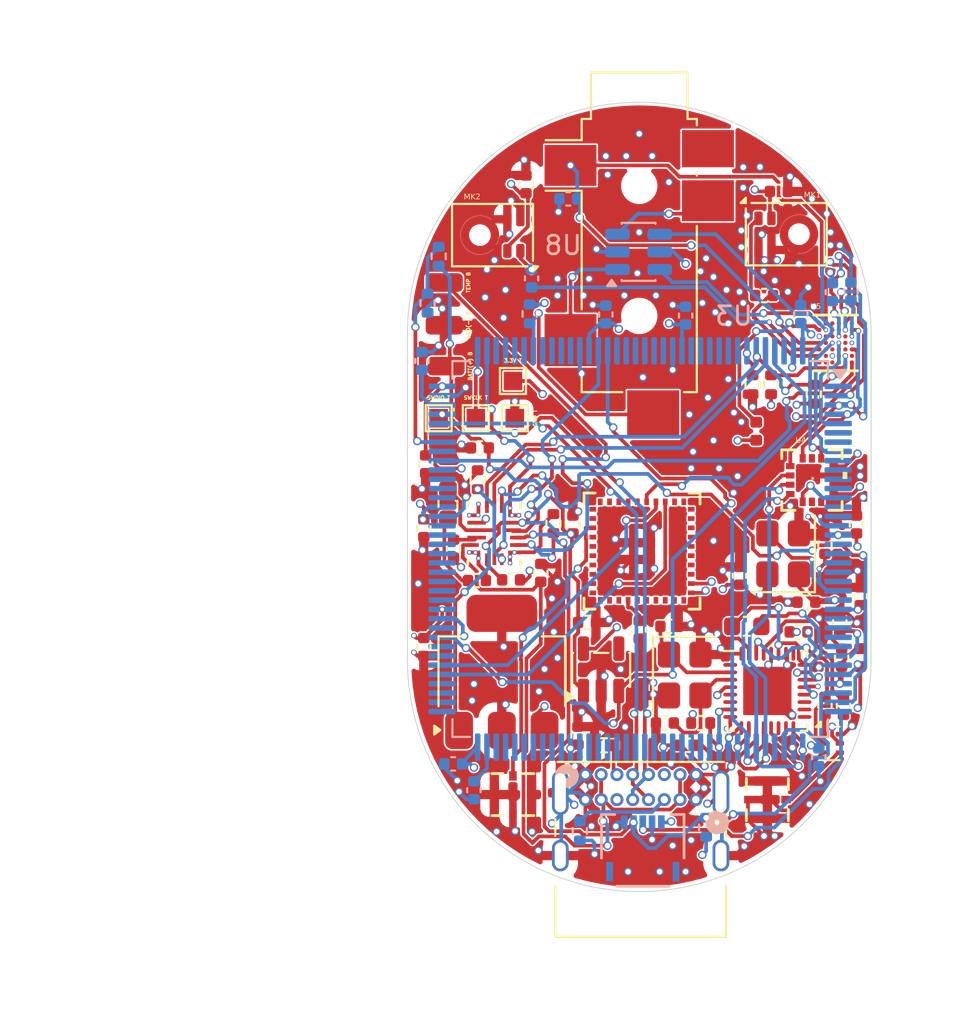
<source format=kicad_pcb>
(kicad_pcb (version 20241229) (generator "pcbnew") (generator_version "9.0")
  (layers (0 "F.Cu" signal) (4 "In1.Cu" signal) (6 "In2.Cu" signal) (8 "In3.Cu" signal) (10 "In4.Cu" signal) (2 "B.Cu" signal) (13 "F.Paste" user) (15 "B.Paste" user) (5 "F.SilkS" user "F.Silkscreen") (7 "B.SilkS" user "B.Silkscreen") (1 "F.Mask" user) (3 "B.Mask" user) (25 "Edge.Cuts" user))
  (net 0 "")
  (net 1 "/batt")
  (net 2 "Net-(U6-PMID)")
  (net 3 "GND")
  (net 4 "Net-(U3-PH1)")
  (net 5 "Net-(U3-PH0)")
  (net 6 "+1V8")
  (net 7 "Net-(U3-NRST)")
  (net 8 "Net-(C21-Pad1)")
  (net 9 "Net-(C22-Pad1)")
  (net 10 "Net-(U5-DVDD)")
  (net 11 "/SWDIO")
  (net 12 "/SWCLK")
  (net 13 "Net-(U3-BOOT0)")
  (net 14 "/I2C_SCL")
  (net 15 "/I2C_SDA")
  (net 19 "/SYS_MCLK")
  (net 27 "/UWB_RST")
  (net 29 "/CPU_TO_DSP")
  (net 40 "/UWB_IRQ")
  (net 45 "/UWB_CS")
  (net 55 "Net-(U6-REGN)")
  (net 56 "/SAI_BCLK")
  (net 67 "/UWB_MISO")
  (net 69 "/DSP_TO_CPU")
  (net 71 "/ACC_CS")
  (net 81 "/UWB_SCK")
  (net 82 "Net-(U6-BTST)")
  (net 84 "/UWB_MOSI")
  (net 95 "/SAI_FS")
  (net 106 "/VIB_DATA")
  (net 116 "/LED_R")
  (net 127 "/MIC2")
  (net 129 "/MIC2_RAW")
  (net 130 "/MIC1")
  (net 131 "/MIC1_RAW")
  (net 134 "+3.3V")
  (net 135 "/LED_G")
  (net 136 "/LED_B")
  (net 137 "/HP_DETECT")
  (net 138 "/CHG_STAT")
  (net 139 "/HPOUTR")
  (net 140 "/HPOUTL")
  (net 141 "Net-(J5-CC1)")
  (net 142 "Net-(J5-CC2)")
  (net 143 "/V_SYS")
  (net 144 "/VBUS")
  (net 145 "Net-(U9-VDD_IO)")
  (net 146 "Net-(U9-XTAL_C2)")
  (net 147 "Net-(U9-XTAL_C1)")
  (net 148 "Net-(T1-AB)")
  (net 149 "Net-(U9-RFN)")
  (net 150 "Net-(U9-RFP)")
  (net 151 "Net-(T1-AA)")
  (net 152 "Net-(U9-VDD_CORE_ANA)")
  (net 153 "Net-(U9-REG_OUT)")
  (net 154 "/UWB_SHDN")
  (net 158 "/CHG_PG")
  (net 161 "/T")
  (net 168 "Net-(J1-In)")
  (net 172 "/BATT_SENSE")
  (net 173 "/BTN_SENSE")
  (net 174 "/CM")
  (net 175 "Net-(C37-Pad2)")
  (net 177 "Net-(U6-ILIM)")
  (net 197 "/R")
  (net 198 "/PD")
  (net 208 "Net-(U3-VDDA)")
  (net 212 "Net-(L4-Pad1)")
  (net 215 "Net-(U7-DECOUPLE)")
  (net 216 "Net-(J6-In)")
  (net 217 "/RX")
  (net 218 "/TX")
  (net 219 "/BLT_RESET")
  (net 220 "/LED_DATA")
  (net 221 "/USB_N")
  (net 222 "/USB_P")
  (net 223 "Net-(U6-TS_BIAS)")
  (net 224 "/CHG_INT")
  (net 225 "/temp")
  (net 226 "/V1P8_EN")
  (footprint "Capacitor_SMD:C_0402_1005Metric" (layer "F.Cu") (at 23.2 60.32 90)
    (property "Reference" "C39" (hide yes))
    (property "Value" "10uF")
  )
  (footprint "ANC_Parts:ADXL382_Ultralib" (layer "F.Cu") (at 42.5 56.6316)
    (property "Reference" "U4")
    (property "Value" "ADXL382-1BCCZ-RL")
  )
  (footprint "Inductor_SMD:L_0603_1608Metric" (layer "F.Cu") (at 38.9875 64.5)
    (property "Reference" "L1" (hide yes))
    (property "Value" "180nH")
  )
  (footprint "Crystal:Crystal_SMD_3225-4Pin_3.2x2.5mm" (layer "F.Cu") (at 35.65 67.12 -90)
    (property "Reference" "Y2" (hide yes))
    (property "Value" "32.768 kHz")
  )
  (footprint "Capacitor_SMD:C_0402_1005Metric" (layer "F.Cu") (at 21.6 59.22 -90)
    (property "Reference" "C18" (hide yes))
    (property "Value" "0.1uF")
  )
  (footprint "Capacitor_SMD:C_0402_1005Metric" (layer "F.Cu") (at 39.92 46.7 180)
    (property "Reference" "C32" (hide yes))
    (property "Value" "1uF")
  )
  (footprint "Capacitor_SMD:C_0402_1005Metric" (layer "F.Cu") (at 44.2 68.78 90)
    (property "Reference" "C33" (hide yes))
    (property "Value" "10pF")
  )
  (footprint "Connector_Wire:SolderWirePad_1x01_SMD_1x2mm" (layer "F.Cu") (at 22.8 50.5 -90)
    (property "Reference" "TP5" (hide yes))
    (property "Value" "BATT+")
  )
  (footprint "Connector_Audio:Jack_3.5mm_CUI_SJ2-3593D-SMT_Horizontal" (layer "F.Cu") (at 33.2 43.3)
    (property "Reference" "J4" (hide yes))
    (property "Value" "AudioJack3_Switch")
  )
  (footprint "Sensor_Audio:Infineon_PG-LLGA-5-2" (layer "F.Cu") (at 41.12 43.4)
    (property "Reference" "MK1")
    (property "Value" "IM73A135V01")
  )
  (footprint "Capacitor_SMD:C_0402_1005Metric" (layer "F.Cu") (at 38.6 61.78 -90)
    (property "Reference" "C7" (hide yes))
    (property "Value" "10uF")
  )
  (footprint "Capacitor_SMD:C_0402_1005Metric" (layer "F.Cu") (at 33.2 64.68 90)
    (property "Reference" "C2" (hide yes))
    (property "Value" "10uF")
  )
  (footprint "ANC_Parts:ADAU1787_Ultralib" (layer "F.Cu") (at 43.775 49.25 -90)
    (property "Reference" "U5")
    (property "Value" "ADAU1787BCBZRL")
  )
  (footprint "Capacitor_SMD:C_0402_1005Metric" (layer "F.Cu") (at 30.39 64.29 180)
    (property "Reference" "C36" (hide yes))
    (property "Value" "10uF")
  )
  (footprint "Capacitor_SMD:C_0402_1005Metric" (layer "F.Cu") (at 21.7 55.78 -90)
    (property "Reference" "C14" (hide yes))
    (property "Value" "0.1uF")
  )
  (footprint "Inductor_SMD:L_0402_1005Metric" (layer "F.Cu") (at 39.5 54 -90)
    (property "Reference" "L4" (hide yes))
    (property "Value" "600Ω")
  )
  (footprint "Capacitor_SMD:C_0402_1005Metric" (layer "F.Cu") (at 26.3 62 180)
    (property "Reference" "C35" (hide yes))
    (property "Value" "4.7µF")
  )
  (footprint "Package_TO_SOT_SMD:SOT-223-3_TabPin2" (layer "F.Cu") (at 25.8 66.95 90)
    (property "Reference" "U1" (hide yes))
    (property "Value" "AP7361C-33E")
  )
  (footprint "Capacitor_SMD:C_0402_1005Metric" (layer "F.Cu") (at 35.82 70.9)
    (property "Reference" "C10" (hide yes))
    (property "Value" "0.1uF")
  )
  (footprint "Capacitor_SMD:C_0402_1005Metric" (layer "F.Cu") (at 41.78 64.8 180)
    (property "Reference" "C23" (hide yes))
    (property "Value" "1uF")
  )
  (footprint "Connector_USB:USB_C_Receptacle_GCT_USB4085" (layer "F.Cu") (at 30.3 72.475)
    (property "Reference" "J5" (hide yes))
    (property "Value" "USB_C_Receptacle_USB2.0_14P")
  )
  (footprint "Resistor_SMD:R_0402_1005Metric" (layer "F.Cu") (at 31.31 70.9)
    (property "Reference" "R2" (hide yes))
    (property "Value" "5.1k")
  )
  (footprint "Sensor_Audio:Infineon_PG-LLGA-5-2" (layer "F.Cu") (at 25.3 43.45 180)
    (property "Reference" "MK2")
    (property "Value" "IM73A135V01")
  )
  (footprint "Resistor_SMD:R_0402_1005Metric" (layer "F.Cu") (at 36.51 69.7)
    (property "Reference" "R16" (hide yes))
    (property "Value" "100kΩ")
  )
  (footprint "Capacitor_SMD:C_0402_1005Metric" (layer "F.Cu") (at 27.9 61.62 -90)
    (property "Reference" "C40" (hide yes))
    (property "Value" "10uF")
  )
  (footprint "Inductor_SMD:L_0603_1608Metric" (layer "F.Cu") (at 22.9 57.9125 90)
    (property "Reference" "L2" (hide yes))
    (property "Value" "1.5uH")
  )
  (footprint "Package_TO_SOT_SMD:SOT-23-5" (layer "F.Cu") (at 31.15 66.8375 90)
    (property "Reference" "U2" (hide yes))
    (property "Value" "AP2112K-1.8" (hide yes))
  )
  (footprint "Inductor_SMD:L_0402_1005Metric" (layer "F.Cu") (at 45.1 66.185 -90)
    (property "Reference" "L3" (hide yes))
    (property "Value" "600Ω")
  )
  (footprint "Resistor_SMD:R_0402_1005Metric" (layer "F.Cu") (at 39.3 51.5 -90)
    (property "Reference" "R3" (hide yes))
    (property "Value" "10k")
  )
  (footprint "ANC_Parts:Spark_SR1120_QFN32" (layer "F.Cu") (at 40.1 67.975)
    (property "Reference" "U9" (hide yes))
    (property "Value" "SR1120")
  )
  (footprint "Capacitor_SMD:C_0402_1005Metric" (layer "F.Cu") (at 34.82 64.5 180)
    (property "Reference" "C25" (hide yes))
    (property "Value" "10pF")
  )
  (footprint "TestPoint:TestPoint_Pad_1.0x1.0mm" (layer "F.Cu") (at 26.4 51.3)
    (property "Reference" "3.3V T")
    (property "Value" "TestPoint")
  )
  (footprint "Capacitor_SMD:C_0402_1005Metric" (layer "F.Cu") (at 43.2 68.78 -90)
    (property "Reference" "C34" (hide yes))
    (property "Value" "10pF")
  )
  (footprint "TestPoint:TestPoint_Pad_1.0x1.0mm" (layer "F.Cu") (at 22.4 53.3)
    (property "Reference" "TP4" (hide yes))
    (property "Value" "TestPoint")
  )
  (footprint "ANC_Parts:BGM220S_SIL" (layer "F.Cu") (at 33.349999 60.45)
    (property "Reference" "U7" (hide yes))
    (property "Value" "BGM220SC12WGA2R")
  )
  (footprint "Connector_Wire:SolderWirePad_1x01_SMD_1x2mm" (layer "F.Cu") (at 22.7 48.3 -90)
    (property "Reference" "TP6" (hide yes))
    (property "Value" "BATT-")
  )
  (footprint "Capacitor_SMD:C_0402_1005Metric" (layer "F.Cu") (at 27.1 40.72 90)
    (property "Reference" "C31" (hide yes))
    (property "Value" "0.1uF")
  )
  (footprint "Capacitor_SMD:C_0402_1005Metric" (layer "F.Cu") (at 44.1 66.18 90)
    (property "Reference" "C17" (hide yes))
    (property "Value" "4.7µF")
  )
  (footprint "Resistor_SMD:R_0402_1005Metric" (layer "F.Cu") (at 28.58 58.97 -90)
    (property "Reference" "R7" (hide yes))
    (property "Value" "10kΩ")
  )
  (footprint "TestPoint:TestPoint_Pad_1.0x1.0mm" (layer "F.Cu") (at 24.4 53.3)
    (property "Reference" "TP2" (hide yes))
    (property "Value" "TestPoint")
  )
  (footprint "Crystal:Crystal_SMD_3225-4Pin_3.2x2.5mm" (layer "F.Cu") (at 40.95 60.6 90)
    (property "Reference" "Y1" (hide yes))
    (property "Value" "Crystal_GND24")
  )
  (footprint "RF_Converter:Balun_Johanson_1.6x0.8mm" (layer "F.Cu") (at 43.59 70.8)
    (property "Reference" "T1" (hide yes))
    (property "Value" "Transformer_1P_1S")
  )
  (footprint "Resistor_SMD:R_0402_1005Metric" (layer "F.Cu") (at 40.3 51.5 -90)
    (property "Reference" "R4" (hide yes))
    (property "Value" "2.2kΩ")
  )
  (footprint "Capacitor_SMD:C_0402_1005Metric" (layer "F.Cu") (at 24.62 54.9)
    (property "Reference" "C1" (hide yes))
    (property "Value" "10uF")
  )
  (footprint "Connector_Wire:SolderWirePad_1x01_SMD_1x2mm" (layer "F.Cu") (at 22.7 46 -90)
    (property "Reference" "TP7" (hide yes))
    (property "Value" "BATT_TS")
  )
  (footprint "Resistor_SMD:R_0402_1005Metric" (layer "F.Cu") (at 24.5 56.61 90)
    (property "Reference" "R6" (hide yes))
    (property "Value" "170Ω")
  )
  (footprint "Capacitor_SMD:C_0402_1005Metric" (layer "F.Cu") (at 24.463001 62.037001 180)
    (property "Reference" "C37" (hide yes))
    (property "Value" "47nF")
  )
  (footprint "Capacitor_SMD:C_0402_1005Metric" (layer "F.Cu") (at 45.1 62.88 90)
    (property "Reference" "C20" (hide yes))
    (property "Value" "0.1uF")
  )
  (footprint "Capacitor_SMD:C_0402_1005Metric" (layer "F.Cu") (at 44 64.28 90)
    (property "Reference" "C8" (hide yes))
    (property "Value" "0.1uF")
  )
  (footprint "Capacitor_SMD:C_0402_1005Metric" (layer "F.Cu") (at 29.63 59.02 -90)
    (property "Reference" "C38" (hide yes))
    (property "Value" "10uF")
  )
  (footprint "Capacitor_SMD:C_0402_1005Metric" (layer "F.Cu") (at 42.2 63.2 180)
    (property "Reference" "C3" (hide yes))
    (property "Value" "10pF")
  )
  (footprint "Resistor_SMD:R_0402_1005Metric" (layer "F.Cu") (at 42.6 52.01 -90)
    (property "Reference" "R5" (hide yes))
    (property "Value" "2.2kΩ")
  )
  (footprint "ANC_Parts:CONN_X.FL-R-SMT-180_HIR" (layer "F.Cu") (at 26.4 73.55225 180)
    (property "Reference" "J6" (hide yes))
    (property "Value" "Conn_Coaxial")
  )
  (footprint "Capacitor_SMD:C_0402_1005Metric" (layer "F.Cu") (at 43.2 60.12 90)
    (property "Reference" "C6" (hide yes))
    (property "Value" "10pF")
  )
  (footprint "Capacitor_SMD:C_0402_1005Metric" (layer "F.Cu") (at 29.9 70.38 90)
    (property "Reference" "C11" (hide yes))
    (property "Value" "0.1uF")
  )
  (footprint "Capacitor_SMD:C_0402_1005Metric" (layer "F.Cu") (at 44.9 59.02 90)
    (property "Reference" "C4" (hide yes))
    (property "Value" "0.1uF")
  )
  (footprint "Capacitor_SMD:C_0402_1005Metric" (layer "F.Cu") (at 40.72 41.1)
    (property "Reference" "C28" (hide yes))
    (property "Value" "0.1uF")
  )
  (footprint "TestPoint:TestPoint_Pad_1.0x1.0mm" (layer "F.Cu") (at 26.5 53.3)
    (property "Reference" "TP3" (hide yes))
    (property "Value" "TestPoint")
  )
  (footprint "Capacitor_SMD:C_0402_1005Metric" (layer "F.Cu") (at 21.6 65.61 -90)
    (property "Reference" "C13" (hide yes))
    (property "Value" "0.1uF")
  )
  (footprint "ANC_Parts:WQFN-HR18__RYK_TEX" (layer "F.Cu") (at 25.392999 59.5 90)
    (property "Reference" "U6" (hide yes))
    (property "Value" "BQ25620RYKR")
  )
  (footprint "Capacitor_SMD:C_0402_1005Metric" (layer "F.Cu") (at 34.58 69.7)
    (property "Reference" "C24" (hide yes))
    (property "Value" "10pF")
  )
  (footprint "ANC_Parts:CONN_X.FL-R-SMT-180_HIR" (layer "F.Cu") (at 40.1 73.8221 90)
    (property "Reference" "J1" (hide yes))
    (property "Value" "Conn_Coaxial")
  )
  (footprint "Package_QFP:LQFP-144_20x20mm_P0.5mm" (layer "B.Cu") (at 33.25 60.3375 180)
    (property "Reference" "U3")
    (property "Value" "STM32H753ZITx")
  )
  (footprint "Capacitor_SMD:C_0402_1005Metric" (layer "B.Cu") (at 43.6 46.52 90)
    (property "Reference" "C27" (hide yes))
    (property "Value" "0.1uF")
  )
  (footprint "Capacitor_SMD:C_0402_1005Metric" (layer "B.Cu") (at 29.38 41.5 180)
    (property "Reference" "C29" (hide yes))
    (property "Value" "1uF")
  )
  (footprint "Resistor_SMD:R_0402_1005Metric" (layer "B.Cu") (at 30 75.51 90)
    (property "Reference" "R1" (hide yes))
    (property "Value" "5.1k")
  )
  (footprint "Capacitor_SMD:C_0402_1005Metric" (layer "B.Cu") (at 27.4 45.78 90)
    (property "Reference" "C30" (hide yes))
    (property "Value" "1uF")
  )
  (footprint "Resistor_SMD:R_0402_1005Metric" (layer "B.Cu") (at 22.4 44.59 -90)
    (property "Reference" "R9" (hide yes))
    (property "Value" "100kΩ")
  )
  (footprint "Resistor_SMD:R_0402_1005Metric" (layer "B.Cu") (at 27.3 47.69 90)
    (property "Reference" "R15" (hide yes))
    (property "Value" "10kΩ")
  )
  (footprint "Capacitor_SMD:C_0402_1005Metric" (layer "B.Cu") (at 42.87 71.54 -90)
    (property "Reference" "C9" (hide yes))
    (property "Value" "0.1uF")
  )
  (footprint "Capacitor_SMD:C_0402_1005Metric" (layer "B.Cu") (at 24.3 73.32 -90)
    (property "Reference" "C21" (hide yes))
    (property "Value" "2.2uF")
  )
  (footprint "Capacitor_SMD:C_0402_1005Metric" (layer "B.Cu") (at 21.5 50.22 90)
    (property "Reference" "C22" (hide yes))
    (property "Value" "2.2uF")
  )
  (footprint "Package_TO_SOT_SMD:SOT-23-6" (layer "B.Cu") (at 33.1625 44.35)
    (property "Reference" "U8")
    (property "Value" "USBLC6-2SC6")
  )
  (footprint "Resistor_SMD:R_0402_1005Metric" (layer "B.Cu") (at 36.8 75.31 -90)
    (property "Reference" "R11" (hide yes))
    (property "Value" "10kΩ")
  )
  (footprint "Capacitor_SMD:C_0402_1005Metric" (layer "B.Cu") (at 44.6 46.48 90)
    (property "Reference" "C26" (hide yes))
    (property "Value" "1uF")
  )
  (footprint "Capacitor_SMD:C_0402_1005Metric" (layer "B.Cu") (at 31.4 47.72 90)
    (property "Reference" "C15" (hide yes))
    (property "Value" "0.1uF")
  )
  (footprint "Resistor_SMD:R_0402_1005Metric" (layer "B.Cu") (at 21.8 47.11 -90)
    (property "Reference" "R10" (hide yes))
    (property "Value" "100kΩ")
  )
  (footprint "Capacitor_SMD:C_0402_1005Metric" (layer "B.Cu") (at 23.18 71.9 180)
    (property "Reference" "C12" (hide yes))
    (property "Value" "0.1uF")
  )
  (footprint "ANC_Parts:CONN_503480-0540_MOL" (layer "B.Cu") (at 33.390001 76.5534 180)
    (property "Reference" "J2" (hide yes))
    (property "Value" "Conn_01x06_Socket")
  )
  (footprint "Capacitor_SMD:C_0402_1005Metric" (layer "B.Cu") (at 35.7 47.78 90)
    (property "Reference" "C19" (hide yes))
    (property "Value" "0.1uF")
  )
  (footprint "Capacitor_SMD:C_0402_1005Metric" (layer "B.Cu") (at 41.9 47.7 90)
    (property "Reference" "C16" (hide yes))
    (property "Value" "0.1uF")
  )
  (gr_line (start 20.717049 48.753093) (end 20.717049 66.253093) (stroke (width 0.05)) (layer "Edge.Cuts"))
  (gr_arc (start 45.682951 66.25) (mid 33.201547 78.736044) (end 20.717049 66.253093) (stroke (width 0.05)) (layer "Edge.Cuts"))
  (gr_arc (start 20.717049 48.753093) (mid 33.2 36.270142) (end 45.682951 48.753093) (stroke (width 0.05)) (layer "Edge.Cuts"))
  (gr_line (start 45.682951 48.753093) (end 45.682951 66.25) (stroke (width 0.05)) (layer "Edge.Cuts"))
  (gr_text "BATT(+) B" (at 24.1 50.5 90) (layer "F.SilkS") (effects (font (size 0.2 0.2) (thickness 0.05) (bold yes))))
  (gr_text "GND(-) B" (at 24 48.3 90) (layer "F.SilkS") (effects (font (size 0.2 0.2) (thickness 0.05) (bold yes))))
  (gr_text "SWDIO T" (at 22.4 52.2 0) (layer "F.SilkS") (effects (font (size 0.2 0.2) (thickness 0.05) (bold yes))))
  (gr_text "GND T" (at 27.6 53.3 90) (layer "F.SilkS") (effects (font (size 0.2 0.2) (thickness 0.05) (bold yes))))
  (gr_text "TEMP B" (at 24 46 90) (layer "F.SilkS") (effects (font (size 0.2 0.2) (thickness 0.05) (bold yes))))
  (gr_text "SWCLK T" (at 24.4 52.2 0) (layer "F.SilkS") (effects (font (size 0.2 0.2) (thickness 0.05) (bold yes))))
  (segment (start 25.1 55.978726) (end 25.160774 56.0395) (width 0.2) (layer "F.Cu") (net 1))
  (segment (start 27.097225 59.377001) (end 27.75219 58.722036) (width 0.2) (layer "F.Cu") (net 1))
  (segment (start 24.147 54.409) (end 23.081 53.343) (width 0.2) (layer "F.Cu") (net 1))
  (segment (start 23 49.3) (end 23 50.3) (width 0.2) (layer "F.Cu") (net 1))
  (segment (start 26.342999 59.325) (end 26.395 59.377001) (width 0.2) (layer "F.Cu") (net 1))
  (segment (start 23 50.3) (end 22.8 50.5) (width 0.2) (layer "F.Cu") (net 1))
  (segment (start 23.081 50.781) (end 22.8 50.5) (width 0.2) (layer "F.Cu") (net 1))
  (segment (start 26.395 59.377001) (end 27.097225 59.377001) (width 0.2) (layer "F.Cu") (net 1))
  (segment (start 25.1 54.9) (end 25.1 55.978726) (width 0.2) (layer "F.Cu") (net 1))
  (segment (start 27.75219 58.332797) (end 27.370599 57.951206) (width 0.2) (layer "F.Cu") (net 1))
  (segment (start 23.081 53.343) (end 23.081 50.781) (width 0.2) (layer "F.Cu") (net 1))
  (segment (start 24.609 54.409) (end 24.147 54.409) (width 0.2) (layer "F.Cu") (net 1))
  (segment (start 27.75219 58.722036) (end 27.75219 58.332797) (width 0.2) (layer "F.Cu") (net 1))
  (segment (start 25.1 54.9) (end 24.609 54.409) (width 0.2) (layer "F.Cu") (net 1))
  (via (at 27.370599 57.951206) (size 0.45) (drill 0.3) (layers "F.Cu" "B.Cu") (net 1))
  (via (at 25.160774 56.0395) (size 0.45) (drill 0.3) (layers "F.Cu" "B.Cu") (net 1))
  (via (at 23 49.3) (size 0.45) (drill 0.3) (layers "F.Cu" "B.Cu") (net 1))
  (segment (start 25.909779 56.0395) (end 25.160774 56.0395) (width 0.2) (layer "B.Cu") (net 1))
  (segment (start 27.587225 56.648) (end 26.518279 56.648) (width 0.2) (layer "B.Cu") (net 1))
  (segment (start 23 45.7) (end 23 49.3) (width 0.2) (layer "B.Cu") (net 1))
  (segment (start 22.4 45.1) (end 23 45.7) (width 0.2) (layer "B.Cu") (net 1))
  (segment (start 26.518279 56.648) (end 25.909779 56.0395) (width 0.2) (layer "B.Cu") (net 1))
  (segment (start 27.370599 57.951206) (end 27.852 57.469805) (width 0.2) (layer "B.Cu") (net 1))
  (segment (start 27.852 57.469805) (end 27.852 56.912775) (width 0.2) (layer "B.Cu") (net 1))
  (segment (start 27.852 56.912775) (end 27.587225 56.648) (width 0.2) (layer "B.Cu") (net 1))
  (segment (start 24.327999 59.84) (end 24.442999 59.725) (width 0.2) (layer "F.Cu") (net 2))
  (segment (start 23.2 59.84) (end 24.327999 59.84) (width 0.2) (layer "F.Cu") (net 2))
  (segment (start 41.8 58.5) (end 41.324321 58.024321) (width 0.2) (layer "F.Cu") (net 3))
  (segment (start 40.3 66.419254) (end 40.153002 66.566252) (width 0.2) (layer "F.Cu") (net 3))
  (segment (start 21.5 60.375) (end 21.525 60.4) (width 0.2) (layer "F.Cu") (net 3))
  (segment (start 41.3 64.8) (end 41.675 64.8) (width 0.2) (layer "F.Cu") (net 3))
  (segment (start 34.1 69.7) (end 34.1 68.303481) (width 0.2) (layer "F.Cu") (net 3))
  (segment (start 24.14 54.9) (end 23.803971 54.9) (width 0.2) (layer "F.Cu") (net 3))
  (segment (start 32.128476 70.221) (end 32.438976 69.9105) (width 0.2) (layer "F.Cu") (net 3))
  (segment (start 41.17 44) (end 41.8 44.63) (width 0.2) (layer "F.Cu") (net 3))
  (segment (start 36.25 72.475) (end 37.710896 72.475) (width 0.2) (layer "F.Cu") (net 3))
  (segment (start 27.3 61.814) (end 27.3 61.5) (width 0.2) (layer "F.Cu") (net 3))
  (segment (start 44 70.8) (end 43.584929 70.384929) (width 0.2) (layer "F.Cu") (net 3))
  (segment (start 25.3967 75.425779) (end 25.518869 75.547948) (width 0.2) (layer "F.Cu") (net 3))
  (segment (start 44 63.8) (end 44.415105 63.8) (width 0.2) (layer "F.Cu") (net 3))
  (segment (start 37.9 61.3) (end 37.7 61.5) (width 0.2) (layer "F.Cu") (net 3))
  (segment (start 37.710896 72.475) (end 38.151087 72.034809) (width 0.2) (layer "F.Cu") (net 3))
  (segment (start 22.7 48.3) (end 22.7 47.505) (width 0.2) (layer "F.Cu") (net 3))
  (segment (start 40.153782 67.975) (end 41.437155 69.258373) (width 0.2) (layer "F.Cu") (net 3))
  (segment (start 25.43 43.45) (end 25.43 44.77) (width 0.2) (layer "F.Cu") (net 3))
  (segment (start 29.9 69.3) (end 30.1 69.1) (width 0.2) (layer "F.Cu") (net 3))
  (segment (start 27.1 40.24) (end 27.1 39.5) (width 0.2) (layer "F.Cu") (net 3))
  (segment (start 28.041267 76.835) (end 27.765725 76.559458) (width 0.2) (layer "F.Cu") (net 3))
  (segment (start 33.878887 67.898887) (end 33.878887 67.608442) (width 0.2) (layer "F.Cu") (net 3))
  (segment (start 35.9 64.5) (end 36 64.4) (width 0.2) (layer "F.Cu") (net 3))
  (segment (start 29.9 69.9) (end 29.9 69.3) (width 0.2) (layer "F.Cu") (net 3))
  (segment (start 27.9 61.14) (end 27.9 61.2) (width 0.2) (layer "F.Cu") (net 3))
  (segment (start 25.8 68.9) (end 26 68.7) (width 0.2) (layer "F.Cu") (net 3))
  (segment (start 34.8 68.22) (end 34.2 68.22) (width 0.2) (layer "F.Cu") (net 3))
  (segment (start 21.7 56.9) (end 21.5 57.1) (width 0.2) (layer "F.Cu") (net 3))
  (segment (start 25.3967 73.55225) (end 25.3967 75.425779) (width 0.2) (layer "F.Cu") (net 3))
  (segment (start 26.8 42.6) (end 26.8 42.1) (width 0.2) (layer "F.Cu") (net 3))
  (segment (start 33.2 65.8) (end 32.2 66.8) (width 0.2) (layer "F.Cu") (net 3))
  (segment (start 30.3 74.926048) (end 30.627952 75.254) (width 0.2) (layer "F.Cu") (net 3))
  (segment (start 31.479 70.221) (end 32.128476 70.221) (width 0.2) (layer "F.Cu") (net 3))
  (segment (start 33.799999 60) (end 33.799999 59.400001) (width 0.2) (layer "F.Cu") (net 3))
  (segment (start 26.1 42.6) (end 26.1 43.3) (width 0.2) (layer "F.Cu") (net 3))
  (segment (start 32.8 60.9) (end 32.2 61.5) (width 0.2) (layer "F.Cu") (net 3))
  (segment (start 44.21 70.3) (end 44.65 69.86) (width 0.2) (layer "F.Cu") (net 3))
  (segment (start 44.1 65.7) (end 43.002 64.602) (width 0.2) (layer "F.Cu") (net 3))
  (segment (start 31.439884 64.29) (end 31.58623 64.143654) (width 0.2) (layer "F.Cu") (net 3))
  (segment (start 33.799999 61.199999) (end 34 61.4) (width 0.2) (layer "F.Cu") (net 3))
  (segment (start 37.6 76.835) (end 38.349623 76.835) (width 0.2) (layer "F.Cu") (net 3))
  (segment (start 40.1 75.39) (end 40.49 75.78) (width 0.2) (layer "F.Cu") (net 3))
  (segment (start 23.2 60.909098) (end 23.601532 61.31063) (width 0.2) (layer "F.Cu") (net 3))
  (segment (start 40.1 67.975) (end 40.153782 67.975) (width 0.2) (layer "F.Cu") (net 3))
  (segment (start 30.3 73.825) (end 30.3 74.926048) (width 0.2) (layer "F.Cu") (net 3))
  (segment (start 32.899999 60) (end 32.1 60) (width 0.2) (layer "F.Cu") (net 3))
  (segment (start 41.8 44.63) (end 41.8 45) (width 0.2) (layer "F.Cu") (net 3))
  (segment (start 25.8 63.8) (end 25.8 65.5) (width 0.2) (layer "F.Cu") (net 3))
  (segment (start 41.169193 66.044193) (end 41.169193 66.576845) (width 0.2) (layer "F.Cu") (net 3))
  (segment (start 26.5 53.3) (end 26.5 52.4) (width 0.2) (layer "F.Cu") (net 3))
  (segment (start 27.4033 75.529296) (end 27.426004 75.552) (width 0.2) (layer "F.Cu") (net 3))
  (segment (start 30.3 72.8) (end 30.6 73.1) (width 0.2) (layer "F.Cu") (net 3))
  (segment (start 41.957543 72.427873) (end 41.957543 72.557543) (width 0.2) (layer "F.Cu") (net 3))
  (segment (start 31.15 67.35) (end 31.321288 67.178712) (width 0.2) (layer "F.Cu") (net 3))
  (segment (start 21.6 59.7) (end 21.6 60) (width 0.2) (layer "F.Cu") (net 3))
  (segment (start 45.1 62.4) (end 45.1 61.649013) (width 0.2) (layer "F.Cu") (net 3))
  (segment (start 40.862 74.4) (end 42.039226 74.4) (width 0.2) (layer "F.Cu") (net 3))
  (segment (start 26.947 62.167) (end 27.3 61.814) (width 0.2) (layer "F.Cu") (net 3))
  (segment (start 37.288857 71.608858) (end 37.288857 72.097424) (width 0.2) (layer "F.Cu") (net 3))
  (segment (start 21.5 60.1) (end 21.5 60.375) (width 0.2) (layer "F.Cu") (net 3))
  (segment (start 39.1 65.975) (end 39.1 65.7) (width 0.2) (layer "F.Cu") (net 3))
  (segment (start 39.05225 73.8221) (end 39.05225 74.91225) (width 0.2) (layer "F.Cu") (net 3))
  (segment (start 44 70.3) (end 44.21 70.3) (width 0.2) (layer "F.Cu") (net 3))
  (segment (start 22.7 47.505) (end 22.595 47.4) (width 0.2) (layer "F.Cu") (net 3))
  (segment (start 37.656 65.156) (end 37.4 64.9) (width 0.2) (layer "F.Cu") (net 3))
  (segment (start 25.8 70.1) (end 25.8 68.9) (width 0.2) (layer "F.Cu") (net 3))
  (segment (start 44.9 57.916127) (end 45.257951 57.558176) (width 0.2) (layer "F.Cu") (net 3))
  (segment (start 38.556 65.156) (end 38.3 65.156) (width 0.2) (layer "F.Cu") (net 3))
  (segment (start 24.5 56.2) (end 23.8 56.9) (width 0.2) (layer "F.Cu") (net 3))
  (segment (start 41.2 41.1) (end 41.2 40.42) (width 0.2) (layer "F.Cu") (net 3))
  (segment (start 36 69.7) (end 36 69.304813) (width 0.2) (layer "F.Cu") (net 3))
  (segment (start 30.3 72.475) (end 30.3 72.8) (width 0.2) (layer "F.Cu") (net 3))
  (segment (start 25.43 44.77) (end 25.4 44.8) (width 0.2) (layer "F.Cu") (net 3))
  (segment (start 29.691185 58.54) (end 29.911233 58.319952) (width 0.2) (layer "F.Cu") (net 3))
  (segment (start 26.4 74.6) (end 26.4 75.398163) (width 0.2) (layer "F.Cu") (net 3))
  (segment (start 27.1 39.5) (end 27 39.4) (width 0.2) (layer "F.Cu") (net 3))
  (segment (start 40.1 73.638) (end 40.862 74.4) (width 0.2) (layer "F.Cu") (net 3))
  (segment (start 27.9 61.2) (end 28.8 62.1) (width 0.2) (layer "F.Cu") (net 3))
  (segment (start 26.8 42.1) (end 26.3 41.6) (width 0.2) (layer "F.Cu") (net 3))
  (segment (start 41.2 63.2) (end 41.6 63.2) (width 0.2) (layer "F.Cu") (net 3))
  (segment (start 21.6 60) (end 21.5 60.1) (width 0.2) (layer "F.Cu") (net 3))
  (segment (start 43.2 59.5) (end 42.3 58.6) (width 0.2) (layer "F.Cu") (net 3))
  (segment (start 35.3 64.5) (end 35.9 64.5) (width 0.2) (layer "F.Cu") (net 3))
  (segment (start 43.085416 71.3) (end 41.957543 72.427873) (width 0.2) (layer "F.Cu") (net 3))
  (segment (start 21.257049 66.09) (end 21.067049 65.9) (width 0.2) (layer "F.Cu") (net 3))
  (segment (start 30.8 70.9) (end 31.479 70.221) (width 0.2) (layer "F.Cu") (net 3))
  (segment (start 41.8 59.5) (end 41.8 58.5) (width 0.2) (layer "F.Cu") (net 3))
  (segment (start 39.1 65.7) (end 38.556 65.156) (width 0.2) (layer "F.Cu") (net 3))
  (segment (start 28.95 76.835) (end 28.041267 76.835) (width 0.2) (layer "F.Cu") (net 3))
  (segment (start 37.6 73.455) (end 37.015 74.04) (width 0.2) (layer "F.Cu") (net 3))
  (segment (start 40.1 74.8254) (end 40.1 75.39) (width 0.2) (layer "F.Cu") (net 3))
  (segment (start 24.5 56.1) (end 24.5 56.2) (width 0.2) (layer "F.Cu") (net 3))
  (segment (start 37.015 74.04) (end 36.87 74.04) (width 0.2) (layer "F.Cu") (net 3))
  (segment (start 32.899999 60.9) (end 32.8 60.9) (width 0.2) (layer "F.Cu") (net 3))
  (segment (start 40.3 65.975) (end 40.3 66.419254) (width 0.2) (layer "F.Cu") (net 3))
  (segment (start 40.32 44.5) (end 40.62 44.8) (width 0.2) (layer "F.Cu") (net 3))
  (segment (start 39.3 52.01) (end 39.3 52.7) (width 0.2) (layer "F.Cu") (net 3))
  (segment (start 41.1 65.975) (end 41.169193 66.044193) (width 0.2) (layer "F.Cu") (net 3))
  (segment (start 27.4033 73.55225) (end 27.4033 75.529296) (width 0.2) (layer "F.Cu") (net 3))
  (segment (start 23.803971 54.9) (end 23.625582 54.721611) (width 0.2) (layer "F.Cu") (net 3))
  (segment (start 33.878887 67.608442) (end 33.952001 67.535328) (width 0.2) (layer "F.Cu") (net 3))
  (segment (start 43.002 64.602) (end 43.002 64.201399) (width 0.2) (layer "F.Cu") (net 3))
  (segment (start 39.62 44.471628) (end 39.955 44.806628) (width 0.2) (layer "F.Cu") (net 3))
  (segment (start 40.1 62.4) (end 39.7 62.8) (width 0.2) (layer "F.Cu") (net 3))
  (segment (start 43.584929 70.384929) (end 43.584929 69.900979) (width 0.2) (layer "F.Cu") (net 3))
  (segment (start 43.6684 56.3816) (end 44.6184 56.3816) (width 0.2) (layer "F.Cu") (net 3))
  (segment (start 21.7 56.26) (end 21.7 56.9) (width 0.2) (layer "F.Cu") (net 3))
  (segment (start 38.349623 76.835) (end 38.854466 76.330157) (width 0.2) (layer "F.Cu") (net 3))
  (segment (start 36.5 64.9) (end 36.7 64.7) (width 0.2) (layer "F.Cu") (net 3))
  (segment (start 36 69.304813) (end 36.082799 69.222014) (width 0.2) (layer "F.Cu") (net 3))
  (segment (start 38.3 65.156) (end 37.656 65.156) (width 0.2) (layer "F.Cu") (net 3))
  (segment (start 36.579999 70.9) (end 37.288857 71.608858) (width 0.2) (layer "F.Cu") (net 3))
  (segment (start 25.8 65.5) (end 25.9 65.6) (width 0.2) (layer "F.Cu") (net 3))
  (segment (start 32.1 60) (end 31.9 59.8) (width 0.2) (layer "F.Cu") (net 3))
  (segment (start 40.1 72.8188) (end 40.1 73.638) (width 0.2) (layer "F.Cu") (net 3))
  (segment (start 33.799999 60.9) (end 33.884394 60.9) (width 0.2) (layer "F.Cu") (net 3))
  (segment (start 44.6184 56.8816) (end 45.1 56.4) (width 0.2) (layer "F.Cu") (net 3))
  (segment (start 42.039226 74.4) (end 42.369613 74.069613) (width 0.2) (layer "F.Cu") (net 3))
  (segment (start 44.415105 63.8) (end 44.926295 64.31119) (width 0.2) (layer "F.Cu") (net 3))
  (segment (start 26.4 75.398163) (end 26.5163 75.514463) (width 0.2) (layer "F.Cu") (net 3))
  (segment (start 29.63 58.54) (end 29.691185 58.54) (width 0.2) (layer "F.Cu") (net 3))
  (segment (start 31.15 67.975) (end 31.15 67.35) (width 0.2) (layer "F.Cu") (net 3))
  (segment (start 33.799999 60.9) (end 33.799999 61.199999) (width 0.2) (layer "F.Cu") (net 3))
  (segment (start 43.002 64.201399) (end 42.870001 64.0694) (width 0.2) (layer "F.Cu") (net 3))
  (segment (start 24.94 58.71) (end 24.724999 58.925001) (width 0.2) (layer "F.Cu") (net 3))
  (segment (start 26.1 43.3) (end 26.2 43.4) (width 0.2) (layer "F.Cu") (net 3))
  (segment (start 38.6 61.3) (end 37.9 61.3) (width 0.2) (layer "F.Cu") (net 3))
  (segment (start 33.799999 59.400001) (end 34 59.2) (width 0.2) (layer "F.Cu") (net 3))
  (segment (start 37.875 65.975) (end 37.6 65.7) (width 0.2) (layer "F.Cu") (net 3))
  (segment (start 36.5 66.02) (end 36.5 64.9) (width 0.2) (layer "F.Cu") (net 3))
  (segment (start 34.2 68.22) (end 33.878887 67.898887) (width 0.2) (layer "F.Cu") (net 3))
  (segment (start 45.1 61.649013) (end 44.954997 61.50401) (width 0.2) (layer "F.Cu") (net 3))
  (segment (start 36.25 73.65) (end 36.7 73.2) (width 0.2) (layer "F.Cu") (net 3))
  (segment (start 39.05225 74.91225) (end 39.92 75.78) (width 0.2) (layer "F.Cu") (net 3))
  (segment (start 38.7 65.975) (end 37.875 65.975) (width 0.2) (layer "F.Cu") (net 3))
  (segment (start 30.87 64.29) (end 31.439884 64.29) (width 0.2) (layer "F.Cu") (net 3))
  (segment (start 44.6184 56.3816) (end 45.1 55.9) (width 0.2) (layer "F.Cu") (net 3))
  (segment (start 36.3 70.9) (end 36.579999 70.9) (width 0.2) (layer "F.Cu") (net 3))
  (segment (start 40.1 61.7) (end 40.1 62.4) (width 0.2) (layer "F.Cu") (net 3))
  (segment (start 34.1 68.303481) (end 33.952001 68.155482) (width 0.2) (layer "F.Cu") (net 3))
  (segment (start 43.6684 56.8816) (end 44.6184 56.8816) (width 0.2) (layer "F.Cu") (net 3))
  (segment (start 21.6 66.09) (end 21.257049 66.09) (width 0.2) (layer "F.Cu") (net 3))
  (segment (start 33.2 65.16) (end 33.2 65.8) (width 0.2) (layer "F.Cu") (net 3))
  (segment (start 44.9 58.54) (end 44.9 57.916127) (width 0.2) (layer "F.Cu") (net 3))
  (via (at 23.770422 65.029578) (size 0.45) (drill 0.3) (layers "F.Cu" "B.Cu") (net 3))
  (via (at 23.852 51.648) (size 0.45) (drill 0.3) (layers "F.Cu" "B.Cu") (net 3))
  (via (at 33.952001 68.155482) (size 0.45) (drill 0.3) (layers "F.Cu" "B.Cu") (net 3))
  (via (at 34 59.2) (size 0.45) (drill 0.3) (layers "F.Cu" "B.Cu") (net 3))
  (via (at 40.153002 66.566252) (size 0.45) (drill 0.3) (layers "F.Cu" "B.Cu") (net 3))
  (via (at 38.8 40.9) (size 0.45) (drill 0.3) (layers "F.Cu" "B.Cu") (net 3))
  (via (at 34.1 46.7) (size 0.45) (drill 0.3) (layers "F.Cu" "B.Cu") (net 3))
  (via (at 30.9 44.2) (size 0.45) (drill 0.3) (layers "F.Cu" "B.Cu") (net 3))
  (via (at 43.5 43.3) (size 0.45) (drill 0.3) (layers "F.Cu" "B.Cu") (net 3))
  (via (at 33.894434 75.972) (size 0.45) (drill 0.3) (layers "F.Cu" "B.Cu") (net 3))
  (via (at 27.3 61.5) (size 0.45) (drill 0.3) (layers "F.Cu" "B.Cu") (net 3))
  (via (at 33.2 43.3) (size 0.45) (drill 0.3) (layers "F.Cu" "B.Cu") (net 3))
  (via (at 23.4 72.8) (size 0.45) (drill 0.3) (layers "F.Cu" "B.Cu") (net 3))
  (via (at 25.9 65.6) (size 0.45) (drill 0.3) (layers "F.Cu" "B.Cu") (net 3))
  (via (at 41.437155 69.258373) (size 0.45) (drill 0.3) (layers "F.Cu" "B.Cu") (net 3))
  (via (at 39.70251 39.78549) (size 0.45) (drill 0.3) (layers "F.Cu" "B.Cu") (net 3))
  (via (at 38 48.2) (size 0.45) (drill 0.3) (layers "F.Cu" "B.Cu") (net 3))
  (via (at 35 50.7) (size 0.45) (drill 0.3) (layers "F.Cu" "B.Cu") (net 3))
  (via (at 25.4 44.8) (size 0.45) (drill 0.3) (layers "F.Cu" "B.Cu") (net 3))
  (via (at 42.6 47.3) (size 0.45) (drill 0.3) (layers "F.Cu" "B.Cu") (net 3))
  (via (at 38.8 47.1) (size 0.45) (drill 0.3) (layers "F.Cu" "B.Cu") (net 3))
  (via (at 30.5 45.8) (size 0.45) (drill 0.3) (layers "F.Cu" "B.Cu") (net 3))
  (via (at 43.3 42.3) (size 0.45) (drill 0.3) (layers "F.Cu" "B.Cu") (net 3))
  (via (at 29.733945 72.020216) (size 0.45) (drill 0.3) (layers "F.Cu" "B.Cu") (net 3))
  (via (at 42.3 58.6) (size 0.3) (drill 0.2) (layers "F.Cu" "B.Cu") (net 3))
  (via (at 40.5 45.9) (size 0.45) (drill 0.3) (layers "F.Cu" "B.Cu") (net 3))
  (via (at 28.6 64.8) (size 0.45) (drill 0.3) (layers "F.Cu" "B.Cu") (net 3))
  (via (at 41.169193 66.576845) (size 0.45) (drill 0.3) (layers "F.Cu" "B.Cu") (net 3))
  (via (at 41.8 45) (size 0.45) (drill 0.3) (layers "F.Cu" "B.Cu") (net 3))
  (via (at 22.595 47.4) (size 0.45) (drill 0.3) (layers "F.Cu" "B.Cu") (net 3))
  (via (at 31.5 40.2) (size 0.45) (drill 0.3) (layers "F.Cu" "B.Cu") (net 3))
  (via (at 30.627952 75.254) (size 0.45) (drill 0.3) (layers "F.Cu" "B.Cu") (net 3))
  (via (at 42.870001 64.0694) (size 0.45) (drill 0.3) (layers "F.Cu" "B.Cu") (net 3))
  (via (at 38.279903 57.315439) (size 0.45) (drill 0.3) (layers "F.Cu" "B.Cu") (net 3))
  (via (at 34.8 40.6) (size 0.45) (drill 0.3) (layers "F.Cu" "B.Cu") (net 3))
  (via (at 37.288857 72.097424) (size 0.45) (drill 0.3) (layers "F.Cu" "B.Cu") (net 3))
  (via (at 42.877 66.697033) (size 0.45) (drill 0.3) (layers "F.Cu" "B.Cu") (net 3))
  (via (at 42.299569 46.26071) (size 0.45) (drill 0.3) (layers "F.Cu" "B.Cu") (net 3))
  (via (at 38.854466 76.330157) (size 0.45) (drill 0.3) (layers "F.Cu" "B.Cu") (net 3))
  (via (at 39.3 52.7) (size 0.45) (drill 0.3) (layers "F.Cu" "B.Cu") (net 3))
  (via (at 34.898287 71.880648) (size 0.45) (drill 0.3) (layers "F.Cu" "B.Cu") (net 3))
  (via (at 22.367653 46.954265) (size 0.45) (drill 0.3) (layers "F.Cu" "B.Cu") (net 3))
  (via (at 36.1 55.1) (size 0.45) (drill 0.3) (layers "F.Cu" "B.Cu") (net 3))
  (via (at 26.5 52.4) (size 0.45) (drill 0.3) (layers "F.Cu" "B.Cu") (net 3))
  (via (at 32.5 39.2) (size 0.45) (drill 0.3) (layers "F.Cu" "B.Cu") (net 3))
  (via (at 44.926295 64.31119) (size 0.45) (drill 0.3) (layers "F.Cu" "B.Cu") (net 3))
  (via (at 41.2 63.2) (size 0.45) (drill 0.3) (layers "F.Cu" "B.Cu") (net 3))
  (via (at 41.324321 58.024321) (size 0.45) (drill 0.3) (layers "F.Cu" "B.Cu") (net 3))
  (via (at 24.2 68.5) (size 0.45) (drill 0.3) (layers "F.Cu" "B.Cu") (net 3))
  (via (at 41.2 46.5) (size 0.45) (drill 0.3) (layers "F.Cu" "B.Cu") (net 3))
  (via (at 36.6 47.1) (size 0.45) (drill 0.3) (layers "F.Cu" "B.Cu") (net 3))
  (via (at 28.8 66.2) (size 0.45) (drill 0.3) (layers "F.Cu" "B.Cu") (net 3))
  (via (at 42.5 41.5) (size 0.45) (drill 0.3) (layers "F.Cu" "B.Cu") (net 3))
  (via (at 28.85 42.2) (size 0.45) (drill 0.3) (layers "F.Cu" "B.Cu") (net 3))
  (via (at 44.65 69.86) (size 0.45) (drill 0.3) (layers "F.Cu" "B.Cu") (net 3))
  (via (at 39.8 43.4) (size 0.45) (drill 0.3) (layers "F.Cu" "B.Cu") (net 3))
  (via (at 43.5 44) (size 0.45) (drill 0.3) (layers "F.Cu" "B.Cu") (net 3))
  (via (at 41.675 64.8) (size 0.45) (drill 0.3) (layers "F.Cu" "B.Cu") (net 3))
  (via (at 24.3 67.6) (size 0.45) (drill 0.3) (layers "F.Cu" "B.Cu") (net 3))
  (via (at 39 42.4) (size 0.45) (drill 0.3) (layers "F.Cu" "B.Cu") (net 3))
  (via (at 32.2 66.8) (size 0.45) (drill 0.3) (layers "F.Cu" "B.Cu") (net 3))
  (via (at 44.954997 61.50401) (size 0.45) (drill 0.3) (layers "F.Cu" "B.Cu") (net 3))
  (via (at 43.481507 45.458766) (size 0.45) (drill 0.3) (layers "F.Cu" "B.Cu") (net 3))
  (via (at 38.151087 72.034809) (size 0.45) (drill 0.3) (layers "F.Cu" "B.Cu") (net 3))
  (via (at 30.6 73.1) (size 0.45) (drill 0.3) (layers "F.Cu" "B.Cu") (net 3))
  (via (at 33.952001 67.535328) (size 0.45) (drill 0.3) (layers "F.Cu" "B.Cu") (net 3))
  (via (at 30.7 47.2) (size 0.45) (drill 0.3) (layers "F.Cu" "B.Cu") (net 3))
  (via (at 40.49 75.78) (size 0.45) (drill 0.3) (layers "F.Cu" "B.Cu") (net 3))
  (via (at 35.7 77.7) (size 0.45) (drill 0.3) (layers "F.Cu" "B.Cu") (net 3))
  (via (at 33.1 45.5) (size 0.45) (drill 0.3) (layers "F.Cu" "B.Cu") (net 3))
  (via (at 41.32 40.3) (size 0.45) (drill 0.3) (layers "F.Cu" "B.Cu") (net 3))
  (via (at 36.87 74.04) (size 0.45) (drill 0.3) (layers "F.Cu" "B.Cu") (net 3))
  (via (at 24.94 58.71) (size 0.45) (drill 0.3) (layers "F.Cu" "B.Cu") (net 3))
  (via (at 45.257951 57.558176) (size 0.45) (drill 0.3) (layers "F.Cu" "B.Cu") (net 3))
  (via (at 39.9 45.4) (size 0.45) (drill 0.3) (layers "F.Cu" "B.Cu") (net 3))
  (via (at 39.955 44.806628) (size 0.45) (drill 0.3) (layers "F.Cu" "B.Cu") (net 3))
  (via (at 28.1 66.8) (size 0.45) (drill 0.3) (layers "F.Cu" "B.Cu") (net 3))
  (via (at 37.4 64.9) (size 0.45) (drill 0.3) (layers "F.Cu" "B.Cu") (net 3))
  (via (at 44 44) (size 0.45) (drill 0.3) (layers "F.Cu" "B.Cu") (net 3))
  (via (at 28.8 46.7) (size 0.45) (drill 0.3) (layers "F.Cu" "B.Cu") (net 3))
  (via (at 29.911233 58.319952) (size 0.45) (drill 0.3) (layers "F.Cu" "B.Cu") (net 3))
  (via (at 41.455 71.027756) (size 0.45) (drill 0.3) (layers "F.Cu" "B.Cu") (net 3))
  (via (at 30.2 46.7) (size 0.45) (drill 0.3) (layers "F.Cu" "B.Cu") (net 3))
  (via (at 31.942 75.26) (size 0.45) (drill 0.3) (layers "F.Cu" "B.Cu") (net 3))
  (via (at 37.5 56) (size 0.45) (drill 0.3) (layers "F.Cu" "B.Cu") (net 3))
  (via (at 30.1 50.9) (size 0.45) (drill 0.3) (layers "F.Cu" "B.Cu") (net 3))
  (via (at 26.3 41.6) (size 0.45) (drill 0.3) (layers "F.Cu" "B.Cu") (net 3))
  (via (at 32.2 61.5) (size 0.45) (drill 0.3) (layers "F.Cu" "B.Cu") (net 3))
  (via (at 28.5 75.1) (size 0.45) (drill 0.3) (layers "F.Cu" "B.Cu") (net 3))
  (via (at 34.3 77.7) (size 0.45) (drill 0.3) (layers "F.Cu" "B.Cu") (net 3))
  (via (at 28.8 62.1) (size 0.45) (drill 0.3) (layers "F.Cu" "B.Cu") (net 3))
  (via (at 42.957827 72.832355) (size 0.45) (drill 0.3) (layers "F.Cu" "B.Cu") (net 3))
  (via (at 40.62 44.8) (size 0.45) (drill 0.3) (layers "F.Cu" "B.Cu") (net 3))
  (via (at 25.9 47.9) (size 0.45) (drill 0.3) (layers "F.Cu" "B.Cu") (net 3))
  (via (at 38.6 46.5) (size 0.45) (drill 0.3) (layers "F.Cu" "B.Cu") (net 3))
  (via (at 38.8 39.8) (size 0.45) (drill 0.3) (layers "F.Cu" "B.Cu") (net 3))
  (via (at 28.5 63) (size 0.45) (drill 0.3) (layers "F.Cu" "B.Cu") (net 3))
  (via (at 35.9 53.1) (size 0.45) (drill 0.3) (layers "F.Cu" "B.Cu") (net 3))
  (via (at 32.4 46.7) (size 0.45) (drill 0.3) (layers "F.Cu" "B.Cu") (net 3))
  (via (at 30.1 69.1) (size 0.45) (drill 0.3) (layers "F.Cu" "B.Cu") (net 3))
  (via (at 25.518869 75.547948) (size 0.45) (drill 0.3) (layers "F.Cu" "B.Cu") (net 3))
  (via (at 23.625582 54.721611) (size 0.45) (drill 0.3) (layers "F.Cu" "B.Cu") (net 3))
  (via (at 28.8 45.8) (size 0.45) (drill 0.3) (layers "F.Cu" "B.Cu") (net 3))
  (via (at 31.58623 64.143654) (size 0.45) (drill 0.3) (layers "F.Cu" "B.Cu") (net 3))
  (via (at 36.7 73.2) (size 0.45) (drill 0.3) (layers "F.Cu" "B.Cu") (net 3))
  (via (at 29.7 74.1) (size 0.45) (drill 0.3) (layers "F.Cu" "B.Cu") (net 3))
  (via (at 36.8 44.7) (size 0.45) (drill 0.3) (layers "F.Cu" "B.Cu") (net 3))
  (via (at 37.2 45.7) (size 0.45) (drill 0.3) (layers "F.Cu" "B.Cu") (net 3))
  (via (at 36.082799 69.222014) (size 0.45) (drill 0.3) (layers "F.Cu" "B.Cu") (net 3))
  (via (at 35 47.2) (size 0.45) (drill 0.3) (layers "F.Cu" "B.Cu") (net 3))
  (via (at 21.067049 65.9) (size 0.3) (drill 0.2) (layers "F.Cu" "B.Cu") (net 3))
  (via (at 21.525 60.4) (size 0.45) (drill 0.3) (layers "F.Cu" "B.Cu") (net 3))
  (via (at 23.879605 57.535494) (size 0.45) (drill 0.3) (layers "F.Cu" "B.Cu") (net 3))
  (via (at 39.7 62.8) (size 0.45) (drill 0.3) (layers "F.Cu" "B.Cu") (net 3))
  (via (at 33.2 38) (size 0.45) (drill 0.3) (layers "F.Cu" "B.Cu") (net 3))
  (via (at 37.7 61.5) (size 0.45) (drill 0.3) (layers "F.Cu" "B.Cu") (net 3))
  (via (at 36.5 45.4) (size 0.45) (drill 0.3) (layers "F.Cu" "B.Cu") (net 3))
  (via (at 31.321288 67.178712) (size 0.45) (drill 0.3) (layers "F.Cu" "B.Cu") (net 3))
  (via (at 38.7 44.1) (size 0.45) (drill 0.3) (layers "F.Cu" "B.Cu") (net 3))
  (via (at 27.426004 75.552) (size 0.45) (drill 0.3) (layers "F.Cu" "B.Cu") (net 3))
  (via (at 35 76.3) (size 0.45) (drill 0.3) (layers "F.Cu" "B.Cu") (net 3))
  (via (at 21.3 62.2) (size 0.45) (drill 0.3) (layers "F.Cu" "B.Cu") (net 3))
  (via (at 22.4 49.4) (size 0.45) (drill 0.3) (layers "F.Cu" "B.Cu") (net 3))
  (via (at 38.7 43.2) (size 0.45) (drill 0.3) (layers "F.Cu" "B.Cu") (net 3))
  (via (at 42.945 58.581841) (size 0.3) (drill 0.2) (layers "F.Cu" "B.Cu") (net 3))
  (via (at 43.584929 69.900979) (size 0.45) (drill 0.3) (layers "F.Cu" "B.Cu") (net 3))
  (via (at 26 68.7) (size 0.45) (drill 0.3) (layers "F.Cu" "B.Cu") (net 3))
  (via (at 42.369613 74.069613) (size 0.45) (drill 0.3) (layers "F.Cu" "B.Cu") (net 3))
  (via (at 38 51.2) (size 0.45) (drill 0.3) (layers "F.Cu" "B.Cu") (net 3))
  (via (at 32.6 77.7) (size 0.45) (drill 0.3) (layers "F.Cu" "B.Cu") (net 3))
  (via (at 37.3 47.6) (size 0.45) (drill 0.3) (layers "F.Cu" "B.Cu") (net 3))
  (via (at 30.792134 76.752) (size 0.45) (drill 0.3) (layers "F.Cu" "B.Cu") (net 3))
  (via (at 37.2 59.9) (size 0.45) (drill 0.3) (layers "F.Cu" "B.Cu") (net 3))
  (via (at 23.5 73.4) (size 0.45) (drill 0.3) (layers "F.Cu" "B.Cu") (net 3))
  (via (at 45.1 56.4) (size 0.45) (drill 0.3) (layers "F.Cu" "B.Cu") (net 3))
  (via (at 26.2 43.4) (size 0.45) (drill 0.3) (layers "F.Cu" "B.Cu") (net 3))
  (via (at 26.5163 75.514463) (size 0.45) (drill 0.3) (layers "F.Cu" "B.Cu") (net 3))
  (via (at 45.1 55.9) (size 0.45) (drill 0.3) (layers "F.Cu" "B.Cu") (net 3))
  (via (at 41.957543 72.557543) (size 0.45) (drill 0.3) (layers "F.Cu" "B.Cu") (net 3))
  (via (at 23.601532 61.31063) (size 0.45) (drill 0.3) (layers "F.Cu" "B.Cu") (net 3))
  (via (at 25 45.3) (size 0.45) (drill 0.3) (layers "F.Cu" "B.Cu") (net 3))
  (via (at 36.9 52.2) (size 0.45) (drill 0.3) (layers "F.Cu" "B.Cu") (net 3))
  (via (at 33.4 51.1) (size 0.45) (drill 0.3) (layers "F.Cu" "B.Cu") (net 3))
  (via (at 38.7 53.5) (size 0.45) (drill 0.3) (layers "F.Cu" "B.Cu") (net 3))
  (via (at 24.9 46.8) (size 0.45) (drill 0.3) (layers "F.Cu" "B.Cu") (net 3))
  (via (at 27.8 68) (size 0.45) (drill 0.3) (layers "F.Cu" "B.Cu") (net 3))
  (via (at 37.9 46.4) (size 0.45) (drill 0.3) (layers "F.Cu" "B.Cu") (net 3))
  (via (at 31.4 39.2) (size 0.45) (drill 0.3) (layers "F.Cu" "B.Cu") (net 3))
  (via (at 32.438976 69.9105) (size 0.45) (drill 0.3) (layers "F.Cu" "B.Cu") (net 3))
  (via (at 38.498 56.423905) (size 0.45) (drill 0.3) (layers "F.Cu" "B.Cu") (net 3))
  (via (at 26 46.4) (size 0.45) (drill 0.3) (layers "F.Cu" "B.Cu") (net 3))
  (via (at 33.9 39.2) (size 0.45) (drill 0.3) (layers "F.Cu" "B.Cu") (net 3))
  (via (at 27.765725 76.559458) (size 0.45) (drill 0.3) (layers "F.Cu" "B.Cu") (net 3))
  (via (at 34 61.4) (size 0.45) (drill 0.3) (layers "F.Cu" "B.Cu") (net 3))
  (via (at 38.3 53) (size 0.45) (drill 0.3) (layers "F.Cu" "B.Cu") (net 3))
  (via (at 39.92 75.78) (size 0.45) (drill 0.3) (layers "F.Cu" "B.Cu") (net 3))
  (via (at 31.9 59.8) (size 0.45) (drill 0.3) (layers "F.Cu" "B.Cu") (net 3))
  (via (at 27 39.4) (size 0.45) (drill 0.3) (layers "F.Cu" "B.Cu") (net 3))
  (via (at 37.2 54.5) (size 0.45) (drill 0.3) (layers "F.Cu" "B.Cu") (net 3))
  (via (at 36 56) (size 0.45) (drill 0.3) (layers "F.Cu" "B.Cu") (net 3))
  (via (at 36 76) (size 0.45) (drill 0.3) (layers "F.Cu" "B.Cu") (net 3))
  (via (at 36.7 64.7) (size 0.45) (drill 0.3) (layers "F.Cu" "B.Cu") (net 3))
  (via (at 37.6 65.7) (size 0.45) (drill 0.3) (layers "F.Cu" "B.Cu") (net 3))
  (via (at 21.5 57.1) (size 0.45) (drill 0.3) (layers "F.Cu" "B.Cu") (net 3))
  (via (at 36 64.4) (size 0.45) (drill 0.3) (layers "F.Cu" "B.Cu") (net 3))
  (via (at 23.8 56.9) (size 0.45) (drill 0.3) (layers "F.Cu" "B.Cu") (net 3))
  (segment (start 30 50.8) (end 30.1 50.9) (width 0.2) (layer "B.Cu") (net 3))
  (segment (start 41.9 46.660279) (end 42.299569 46.26071) (width 0.2) (layer "B.Cu") (net 3))
  (segment (start 23.324999 64.0875) (end 23.7 64.462501) (width 0.2) (layer "B.Cu") (net 3))
  (segment (start 42.87 72.744528) (end 42.957827 72.832355) (width 0.2) (layer "B.Cu") (net 3))
  (segment (start 21.5 49.74) (end 22.06 49.74) (width 0.2) (layer "B.Cu") (net 3))
  (segment (start 37.65 76.835) (end 37.65 73.455) (width 0.2) (layer "B.Cu") (net 3))
  (segment (start 30.792134 76.158) (end 30.792134 76.752) (width 0.2) (layer "B.Cu") (net 3))
  (segment (start 41.9 47.22) (end 41.9 46.660279) (width 0.2) (layer "B.Cu") (net 3))
  (segment (start 35.7 47.3) (end 35.1 47.3) (width 0.2) (layer "B.Cu") (net 3))
  (segment (start 22.06 49.74) (end 22.4 49.4) (width 0.2) (layer "B.Cu") (net 3))
  (segment (start 35 71) (end 35 71.778935) (width 0.2) (layer "B.Cu") (net 3))
  (segment (start 30 49.675) (end 30 50.8) (width 0.2) (layer "B.Cu") (net 3))
  (segment (start 22.367653 46.954265) (end 22.216367 46.954265) (width 0.2) (layer "B.Cu") (net 3))
  (segment (start 43.9125 66.5875) (end 42.986533 66.5875) (width 0.2) (layer "B.Cu") (net 3))
  (segment (start 23.7 64.462501) (end 23.7 64.959156) (width 0.2) (layer "B.Cu") (net 3))
  (segment (start 43.6 45.577259) (end 43.481507 45.458766) (width 0.2) (layer "B.Cu") (net 3))
  (segment (start 28.95 73.455) (end 28.95 74.65) (width 0.2) (layer "B.Cu") (net 3))
  (segment (start 28.95 74.65) (end 28.5 75.1) (width 0.2) (layer "B.Cu") (net 3))
  (segment (start 28.9 41.5) (end 28.9 42.15) (width 0.2) (layer "B.Cu") (net 3))
  (segment (start 43.6 46.04) (end 43.6 45.577259) (width 0.2) (layer "B.Cu") (net 3))
  (segment (start 44.6 46) (end 44.6 44.6) (width 0.2) (layer "B.Cu") (net 3))
  (segment (start 42.945 58.857499) (end 42.945 58.581841) (width 0.2) (layer "B.Cu") (net 3))
  (segment (start 35 71.778935) (end 34.898287 71.880648) (width 0.2) (layer "B.Cu") (net 3))
  (segment (start 32.0122 75.05) (end 31.942 75.1202) (width 0.2) (layer "B.Cu") (net 3))
  (segment (start 31.4 47.24) (end 30.74 47.24) (width 0.2) (layer "B.Cu") (net 3))
  (segment (start 29 73.455) (end 29.98 73.455) (width 0.2) (layer "B.Cu") (net 3))
  (segment (start 23.324999 58.5875) (end 23.759021 58.153478) (width 0.2) (layer "B.Cu") (net 3))
  (segment (start 29 76.835) (end 29 73.455) (width 0.2) (layer "B.Cu") (net 3))
  (segment (start 44.6 44.6) (end 44 44) (width 0.2) (layer "B.Cu") (net 3))
  (segment (start 29.98 73.455) (end 30.35 73.825) (width 0.2) (layer "B.Cu") (net 3))
  (segment (start 23.4125 52.0875) (end 23.852 51.648) (width 0.2) (layer "B.Cu") (net 3))
  (segment (start 23.759021 58.153478) (end 23.759021 57.656078) (width 0.2) (layer "B.Cu") (net 3))
  (segment (start 43.175001 59.0875) (end 42.945 58.857499) (width 0.2) (layer "B.Cu") (net 3))
  (segment (start 23.759021 57.656078) (end 23.879605 57.535494) (width 0.2) (layer "B.Cu") (net 3))
  (segment (start 32.39 75.05) (end 32.0122 75.05) (width 0.2) (layer "B.Cu") (net 3))
  (segment (start 30 71.754161) (end 29.733945 72.020216) (width 0.2) (layer "B.Cu") (net 3))
  (segment (start 24.3 73.8) (end 23.9 73.8) (width 0.2) (layer "B.Cu") (net 3))
  (segment (start 42.986533 66.5875) (end 42.877 66.697033) (width 0.2) (layer "B.Cu") (net 3))
  (segment (start 33.89 75.05) (end 33.89 75.967566) (width 0.2) (layer "B.Cu") (net 3))
  (segment (start 30.654134 76.02) (end 30.792134 76.158) (width 0.2) (layer "B.Cu") (net 3))
  (segment (start 28.9 42.15) (end 28.85 42.2) (width 0.2) (layer "B.Cu") (net 3))
  (segment (start 30.74 47.24) (end 30.7 47.2) (width 0.2) (layer "B.Cu") (net 3))
  (segment (start 33.89 75.967566) (end 33.894434 75.972) (width 0.2) (layer "B.Cu") (net 3))
  (segment (start 30 71) (end 30 71.754161) (width 0.2) (layer "B.Cu") (net 3))
  (segment (start 22.5875 52.0875) (end 23.4125 52.0875) (width 0.2) (layer "B.Cu") (net 3))
  (segment (start 22.5875 58.5875) (end 23.324999 58.5875) (width 0.2) (layer "B.Cu") (net 3))
  (segment (start 35.1 47.3) (end 35 47.2) (width 0.2) (layer "B.Cu") (net 3))
  (segment (start 31.05 44.35) (end 30.9 44.2) (width 0.2) (layer "B.Cu") (net 3))
  (segment (start 43.9125 59.0875) (end 43.175001 59.0875) (width 0.2) (layer "B.Cu") (net 3))
  (segment (start 22.5875 64.0875) (end 23.324999 64.0875) (width 0.2) (layer "B.Cu") (net 3))
  (segment (start 21.8 47.327773) (end 21.8 47.62) (width 0.2) (layer "B.Cu") (net 3))
  (segment (start 42.87 72.02) (end 42.87 72.744528) (width 0.2) (layer "B.Cu") (net 3))
  (segment (start 22.216367 46.954265) (end 22.119632 47.051) (width 0.2) (layer "B.Cu") (net 3))
  (segment (start 22.119632 47.051) (end 22.076773 47.051) (width 0.2) (layer "B.Cu") (net 3))
  (segment (start 29.055 73.455) (end 29.7 74.1) (width 0.2) (layer "B.Cu") (net 3))
  (segment (start 22.076773 47.051) (end 21.8 47.327773) (width 0.2) (layer "B.Cu") (net 3))
  (segment (start 23.9 73.8) (end 23.5 73.4) (width 0.2) (layer "B.Cu") (net 3))
  (segment (start 31.942 75.1202) (end 31.942 75.26) (width 0.2) (layer "B.Cu") (net 3))
  (segment (start 35 49.675) (end 35 50.7) (width 0.2) (layer "B.Cu") (net 3))
  (segment (start 29 73.455) (end 29.37 73.455) (width 0.2) (layer "B.Cu") (net 3))
  (segment (start 30 76.02) (end 30.654134 76.02) (width 0.2) (layer "B.Cu") (net 3))
  (segment (start 32.025 44.35) (end 31.05 44.35) (width 0.2) (layer "B.Cu") (net 3))
  (segment (start 29.37 73.455) (end 30.35 72.475) (width 0.2) (layer "B.Cu") (net 3))
  (segment (start 23.7 64.959156) (end 23.770422 65.029578) (width 0.2) (layer "B.Cu") (net 3))
  (segment (start 22.7 72.1) (end 23.4 72.8) (width 0.2) (layer "B.Cu") (net 3))
  (segment (start 41.8 61.7) (end 41.8 62.4) (width 0.2) (layer "F.Cu") (net 4))
  (segment (start 42.68 63.2) (end 43.616387 63.2) (width 0.2) (layer "F.Cu") (net 4))
  (segment (start 43.616387 63.2) (end 43.726887 63.0895) (width 0.2) (layer "F.Cu") (net 4))
  (segment (start 41.8 62.4) (end 42.4895 63.0895) (width 0.2) (layer "F.Cu") (net 4))
  (segment (start 42.4895 63.0895) (end 43.726887 63.0895) (width 0.2) (layer "F.Cu") (net 4))
  (via (at 43.726887 63.0895) (size 0.45) (drill 0.3) (layers "F.Cu" "B.Cu") (net 4))
  (segment (start 42.419 60.819) (end 42.5 60.9) (width 0.2) (layer "F.Cu") (net 5))
  (segment (start 43.2 61.1) (end 42.9 61.4) (width 0.2) (layer "F.Cu") (net 5))
  (segment (start 43.2 60.6) (end 43.2 61.1) (width 0.2) (layer "F.Cu") (net 5))
  (segment (start 41.419 60.819) (end 42.419 60.819) (width 0.2) (layer "F.Cu") (net 5))
  (segment (start 40.1 59.5) (end 41.419 60.819) (width 0.2) (layer "F.Cu") (net 5))
  (via (at 42.9 61.4) (size 0.3) (drill 0.2) (layers "F.Cu" "B.Cu") (net 5))
  (via (at 42.5 60.9) (size 0.3) (drill 0.2) (layers "F.Cu" "B.Cu") (net 5))
  (segment (start 42.9 61.4) (end 42.9 62.176618) (width 0.2) (layer "B.Cu") (net 5))
  (segment (start 42.5 61.776618) (end 43.310882 62.5875) (width 0.2) (layer "B.Cu") (net 5))
  (segment (start 42.9 62.176618) (end 43.310882 62.5875) (width 0.2) (layer "B.Cu") (net 5))
  (segment (start 42.5 60.9) (end 42.5 61.776618) (width 0.2) (layer "B.Cu") (net 5))
  (segment (start 30.2 65.7) (end 30.840272 65.7) (width 0.2) (layer "F.Cu") (net 6))
  (segment (start 30.840272 65.7) (end 31.991424 64.548848) (width 0.2) (layer "F.Cu") (net 6))
  (segment (start 42.8 53.2) (end 41.648 53.2) (width 0.2) (layer "F.Cu") (net 6))
  (segment (start 44.9453 51.0547) (end 42.8 53.2) (width 0.2) (layer "F.Cu") (net 6))
  (segment (start 38.515 54.485) (end 38.5 54.5) (width 0.2) (layer "F.Cu") (net 6))
  (segment (start 38.6 62.26) (end 37.94 62.26) (width 0.2) (layer "F.Cu") (net 6))
  (segment (start 37.94 62.26) (end 37.7 62.5) (width 0.2) (layer "F.Cu") (net 6))
  (segment (start 44.811644 49.6) (end 44.9453 49.733656) (width 0.2) (layer "F.Cu") (net 6))
  (segment (start 44.691157 57.381601) (end 43.6684 57.381601) (width 0.2) (layer "F.Cu") (net 6))
  (segment (start 44.65 49.6) (end 44.811644 49.6) (width 0.2) (layer "F.Cu") (net 6))
  (segment (start 39.5 54.485) (end 38.515 54.485) (width 0.2) (layer "F.Cu") (net 6))
  (segment (start 44.9453 49.733656) (end 44.9453 51.0547) (width 0.2) (layer "F.Cu") (net 6))
  (segment (start 45.084908 56.98785) (end 44.691157 57.381601) (width 0.2) (layer "F.Cu") (net 6))
  (via (at 45.084908 56.98785) (size 0.45) (drill 0.3) (layers "F.Cu" "B.Cu") (net 6))
  (via (at 38.5 54.5) (size 0.45) (drill 0.3) (layers "F.Cu" "B.Cu") (net 6))
  (via (at 41.648 53.2) (size 0.45) (drill 0.3) (layers "F.Cu" "B.Cu") (net 6))
  (via (at 35.7 45) (size 0.45) (drill 0.3) (layers "F.Cu" "B.Cu") (net 6))
  (via (at 37.7 62.5) (size 0.45) (drill 0.3) (layers "F.Cu" "B.Cu") (net 6))
  (via (at 31.991424 64.548848) (size 0.45) (drill 0.3) (layers "F.Cu" "B.Cu") (net 6))
  (segment (start 34.3 44.35) (end 35.05 44.35) (width 0.2) (layer "B.Cu") (net 6))
  (segment (start 35.05 44.35) (end 35.7 45) (width 0.2) (layer "B.Cu") (net 6))
  (segment (start 45.1 63.471572) (end 44.971572 63.6) (width 0.2) (layer "F.Cu") (net 7))
  (segment (start 45.1 63.36) (end 45.1 63.471572) (width 0.2) (layer "F.Cu") (net 7))
  (via (at 44.971572 63.6) (size 0.45) (drill 0.3) (layers "F.Cu" "B.Cu") (net 7))
  (segment (start 43.925 63.6) (end 43.9125 63.5875) (width 0.2) (layer "B.Cu") (net 7))
  (segment (start 44.971572 63.6) (end 43.925 63.6) (width 0.2) (layer "B.Cu") (net 7))
  (segment (start 25 72.14) (end 25 71) (width 0.2) (layer "B.Cu") (net 8))
  (segment (start 24.3 72.84) (end 25 72.14) (width 0.2) (layer "B.Cu") (net 8))
  (segment (start 21.5 50.7) (end 21.5 52.135247) (width 0.2) (layer "B.Cu") (net 9))
  (segment (start 21.5 52.135247) (end 21.952253 52.5875) (width 0.2) (layer "B.Cu") (net 9))
  (segment (start 44.65 47.79254) (end 44.65 48.9) (width 0.2) (layer "B.Cu") (net 10))
  (segment (start 44.715464 47.727076) (end 44.65 47.79254) (width 0.2) (layer "B.Cu") (net 10))
  (segment (start 43.6 47) (end 44.56 47) (width 0.2) (layer "B.Cu") (net 10))
  (segment (start 44.715464 47.075464) (end 44.715464 47.727076) (width 0.2) (layer "B.Cu") (net 10))
  (via (at 22.5875 53.0875) (size 0.45) (drill 0.3) (layers "F.Cu" "B.Cu") (net 11))
  (segment (start 24.4 53.3) (end 24.4 50.9) (width 0.2) (layer "F.Cu") (net 12))
  (segment (start 24.4 50.9) (end 24.5 50.8) (width 0.2) (layer "F.Cu") (net 12))
  (via (at 24.5 50.8) (size 0.45) (drill 0.3) (layers "F.Cu" "B.Cu") (net 12))
  (segment (start 24.5 50.8) (end 24.5 49.675) (width 0.2) (layer "B.Cu") (net 12))
  (segment (start 39.3 50.99) (end 39.3 50.404225) (width 0.2) (layer "F.Cu") (net 13))
  (segment (start 38.998 50.102225) (end 38.998 49.810799) (width 0.2) (layer "F.Cu") (net 13))
  (segment (start 39.3 50.404225) (end 38.998 50.102225) (width 0.2) (layer "F.Cu") (net 13))
  (via (at 38.998 49.810799) (size 0.45) (drill 0.3) (layers "F.Cu" "B.Cu") (net 13))
  (segment (start 28.5 54.5) (end 28.569613 54.569613) (width 0.2) (layer "F.Cu") (net 14))
  (segment (start 41.720868 50.99) (end 40.3 50.99) (width 0.2) (layer "F.Cu") (net 14))
  (segment (start 27.083606 54.719) (end 25 56.802606) (width 0.2) (layer "F.Cu") (net 14))
  (segment (start 44.3 50.3) (end 44.3 50.461644) (width 0.2) (layer "F.Cu") (net 14))
  (segment (start 28.569613 54.569613) (end 28.420226 54.719) (width 0.2) (layer "F.Cu") (net 14))
  (segment (start 44.3 50.461644) (end 44.156344 50.6053) (width 0.2) (layer "F.Cu") (net 14))
  (segment (start 40.3 50.99) (end 40.3 50.765) (width 0.2) (layer "F.Cu") (net 14))
  (segment (start 28.420226 54.719) (end 27.083606 54.719) (width 0.2) (layer "F.Cu") (net 14))
  (segment (start 40.3 50.765) (end 39.535 50) (width 0.2) (layer "F.Cu") (net 14))
  (segment (start 44.156344 50.6053) (end 42.105568 50.6053) (width 0.2) (layer "F.Cu") (net 14))
  (segment (start 25 56.802606) (end 25 58.1) (width 0.2) (layer "F.Cu") (net 14))
  (segment (start 42.105568 50.6053) (end 41.720868 50.99) (width 0.2) (layer "F.Cu") (net 14))
  (via (at 28.569613 54.569613) (size 0.45) (drill 0.3) (layers "F.Cu" "B.Cu") (net 14))
  (via (at 39.535 50) (size 0.45) (drill 0.3) (layers "F.Cu" "B.Cu") (net 14))
  (segment (start 39.5 49.675) (end 39.5 50.412499) (width 0.2) (layer "B.Cu") (net 14))
  (segment (start 28.839226 54.3) (end 28.569613 54.569613) (width 0.2) (layer "B.Cu") (net 14))
  (segment (start 39.5 50.412499) (end 35.612499 54.3) (width 0.2) (layer "B.Cu") (net 14))
  (segment (start 35.612499 54.3) (end 28.839226 54.3) (width 0.2) (layer "B.Cu") (net 14))
  (segment (start 25.394 58.094001) (end 25.399999 58.1) (width 0.2) (layer "F.Cu") (net 15))
  (segment (start 41.400373 51.5) (end 41.06786 51.832513) (width 0.2) (layer "F.Cu") (net 15))
  (segment (start 42.6 51.5) (end 41.400373 51.5) (width 0.2) (layer "F.Cu") (net 15))
  (segment (start 28.977616 54.977616) (end 28.955232 55) (width 0.2) (layer "F.Cu") (net 15))
  (segment (start 43.128184 51.5) (end 43.584268 51.043916) (width 0.2) (layer "F.Cu") (net 15))
  (segment (start 28.955232 55) (end 27.2 55) (width 0.2) (layer "F.Cu") (net 15))
  (segment (start 27.2 55) (end 25.394 56.806) (width 0.2) (layer "F.Cu") (net 15))
  (segment (start 42.6 51.5) (end 43.128184 51.5) (width 0.2) (layer "F.Cu") (net 15))
  (segment (start 25.394 56.806) (end 25.394 58.094001) (width 0.2) (layer "F.Cu") (net 15))
  (via (at 28.977616 54.977616) (size 0.45) (drill 0.3) (layers "F.Cu" "B.Cu") (net 15))
  (via (at 41.06786 51.832513) (size 0.45) (drill 0.3) (layers "F.Cu" "B.Cu") (net 15))
  (via (at 43.584268 51.043916) (size 0.45) (drill 0.3) (layers "F.Cu" "B.Cu") (net 15))
  (segment (start 40 50.412499) (end 40 49.675) (width 0.2) (layer "B.Cu") (net 15))
  (segment (start 44.3 49.95) (end 44.3 50.586927) (width 0.2) (layer "B.Cu") (net 15))
  (segment (start 40.82 51.232499) (end 40.82 51.584653) (width 0.2) (layer "B.Cu") (net 15))
  (segment (start 43.843011 51.043916) (end 43.584268 51.043916) (width 0.2) (layer "B.Cu") (net 15))
  (segment (start 29.055232 54.9) (end 28.977616 54.977616) (width 0.2) (layer "B.Cu") (net 15))
  (segment (start 44.3 50.586927) (end 43.843011 51.043916) (width 0.2) (layer "B.Cu") (net 15))
  (segment (start 35.512499 54.9) (end 29.055232 54.9) (width 0.2) (layer "B.Cu") (net 15))
  (segment (start 40 50.412499) (end 40.82 51.232499) (width 0.2) (layer "B.Cu") (net 15))
  (segment (start 40 50.412499) (end 35.512499 54.9) (width 0.2) (layer "B.Cu") (net 15))
  (segment (start 40.82 51.584653) (end 41.06786 51.832513) (width 0.2) (layer "B.Cu") (net 15))
  (segment (start 41.496163 52.214275) (end 41.284366 52.214275) (width 0.2) (layer "F.Cu") (net 19))
  (segment (start 41.284366 52.214275) (end 41.116413 52.382228) (width 0.2) (layer "F.Cu") (net 19))
  (segment (start 43.628878 51.961) (end 41.749438 51.961) (width 0.2) (layer "F.Cu") (net 19))
  (segment (start 44.65 50.939878) (end 43.628878 51.961) (width 0.2) (layer "F.Cu") (net 19))
  (segment (start 44.65 50.3) (end 44.65 50.939878) (width 0.2) (layer "F.Cu") (net 19))
  (segment (start 41.749438 51.961) (end 41.496163 52.214275) (width 0.2) (layer "F.Cu") (net 19))
  (via (at 41.116413 52.382228) (size 0.45) (drill 0.3) (layers "F.Cu" "B.Cu") (net 19))
  (segment (start 22.5875 55.5875) (end 26.833465 55.5875) (width 0.2) (layer "B.Cu") (net 19))
  (segment (start 31.851725 55.5875) (end 39.6125 55.5875) (width 0.2) (layer "B.Cu") (net 19))
  (segment (start 27.196242 55.950277) (end 31.488948 55.950277) (width 0.2) (layer "B.Cu") (net 19))
  (segment (start 39.6125 55.5875) (end 41.3 53.9) (width 0.2) (layer "B.Cu") (net 19))
  (segment (start 26.833465 55.5875) (end 27.196242 55.950277) (width 0.2) (layer "B.Cu") (net 19))
  (segment (start 41.3 53.9) (end 41.3 53.491225) (width 0.2) (layer "B.Cu") (net 19))
  (segment (start 31.488948 55.950277) (end 31.851725 55.5875) (width 0.2) (layer "B.Cu") (net 19))
  (segment (start 41.3 53.491225) (end 41.146708 53.337933) (width 0.2) (layer "B.Cu") (net 19))
  (segment (start 41.146708 52.412523) (end 41.116413 52.382228) (width 0.2) (layer "B.Cu") (net 19))
  (segment (start 41.146708 53.337933) (end 41.146708 52.412523) (width 0.2) (layer "B.Cu") (net 19))
  (segment (start 41.5 70.25) (end 42.002 70.752) (width 0.2) (layer "F.Cu") (net 27))
  (segment (start 42.002 70.752) (end 42.002 71.175722) (width 0.2) (layer "F.Cu") (net 27))
  (via (at 42.002 71.175722) (size 0.45) (drill 0.3) (layers "F.Cu" "B.Cu") (net 27))
  (segment (start 43.95 50.297702) (end 43.655786 50.591916) (width 0.2) (layer "B.Cu") (net 29))
  (segment (start 43.397043 50.591916) (end 42.984 51.004959) (width 0.2) (layer "B.Cu") (net 29))
  (segment (start 43.95 49.25) (end 43.95 50.297702) (width 0.2) (layer "B.Cu") (net 29))
  (segment (start 43.655786 50.591916) (end 43.397043 50.591916) (width 0.2) (layer "B.Cu") (net 29))
  (segment (start 42.984 53.396499) (end 43.175001 53.5875) (width 0.2) (layer "B.Cu") (net 29))
  (segment (start 43.175001 53.5875) (end 43.9125 53.5875) (width 0.2) (layer "B.Cu") (net 29))
  (segment (start 42.984 51.004959) (end 42.984 53.396499) (width 0.2) (layer "B.Cu") (net 29))
  (segment (start 38.7 69.975) (end 38.56 69.975) (width 0.2) (layer "F.Cu") (net 40))
  (segment (start 38.56 69.975) (end 38.035 70.5) (width 0.2) (layer "F.Cu") (net 40))
  (via (at 38.035 70.5) (size 0.45) (drill 0.3) (layers "F.Cu" "B.Cu") (net 40))
  (segment (start 39.1 70.4) (end 38.5 71) (width 0.2) (layer "F.Cu") (net 45))
  (segment (start 39.1 69.975) (end 39.1 70.4) (width 0.2) (layer "F.Cu") (net 45))
  (via (at 38.5 71) (size 0.45) (drill 0.3) (layers "F.Cu" "B.Cu") (net 45))
  (segment (start 25.82 62) (end 25 61.18) (width 0.2) (layer "F.Cu") (net 55))
  (segment (start 25 61.18) (end 25 60.888) (width 0.2) (layer "F.Cu") (net 55))
  (segment (start 43.456669 53.4) (end 44.0855 53.4) (width 0.2) (layer "F.Cu") (net 56))
  (segment (start 42.000001 54.856668) (end 43.456669 53.4) (width 0.2) (layer "F.Cu") (net 56))
  (segment (start 42.000001 55.4632) (end 42.000001 54.856668) (width 0.2) (layer "F.Cu") (net 56))
  (segment (start 45 48.6) (end 44.95 48.55) (width 0.2) (layer "F.Cu") (net 56))
  (segment (start 44.95 48.55) (end 44.65 48.55) (width 0.2) (layer "F.Cu") (net 56))
  (segment (start 44.0855 53.4) (end 44.4 53.0855) (width 0.2) (layer "F.Cu") (net 56))
  (via (at 45 48.6) (size 0.3) (drill 0.2) (layers "F.Cu" "B.Cu") (net 56))
  (via (at 44.4 53.0855) (size 0.45) (drill 0.3) (layers "F.Cu" "B.Cu") (net 56))
  (segment (start 45.089607 52.279873) (end 44.967075 52.157341) (width 0.2) (layer "B.Cu") (net 56))
  (segment (start 44.649999 53.0875) (end 45.089607 52.647892) (width 0.2) (layer "B.Cu") (net 56))
  (segment (start 43.9125 53.0875) (end 44.649999 53.0875) (width 0.2) (layer "B.Cu") (net 56))
  (segment (start 44.967075 52.157341) (end 44.967075 51.229879) (width 0.2) (layer "B.Cu") (net 56))
  (segment (start 45 51.196954) (end 45 48.6) (width 0.2) (layer "B.Cu") (net 56))
  (segment (start 45.089607 52.647892) (end 45.089607 52.279873) (width 0.2) (layer "B.Cu") (net 56))
  (segment (start 44.967075 51.229879) (end 45 51.196954) (width 0.2) (layer "B.Cu") (net 56))
  (segment (start 41.770845 72.014237) (end 40.431211 70.674603) (width 0.2) (layer "F.Cu") (net 67))
  (segment (start 40.431211 70.674603) (end 40.431211 70.381211) (width 0.2) (layer "F.Cu") (net 67))
  (segment (start 41.3316 57.381601) (end 40.967267 57.745934) (width 0.2) (layer "F.Cu") (net 67))
  (segment (start 40.967267 57.745934) (end 40.637213 57.745934) (width 0.2) (layer "F.Cu") (net 67))
  (segment (start 40.431211 70.381211) (end 40.3 70.25) (width 0.2) (layer "F.Cu") (net 67))
  (via (at 40.637213 57.745934) (size 0.45) (drill 0.3) (layers "F.Cu" "B.Cu") (net 67))
  (via (at 41.770845 72.014237) (size 0.45) (drill 0.3) (layers "F.Cu" "B.Cu") (net 67))
  (segment (start 38.9 62.733159) (end 38.977 62.656159) (width 0.2) (layer "B.Cu") (net 67))
  (segment (start 38.81 64.279878) (end 38.9 64.189878) (width 0.2) (layer "B.Cu") (net 67))
  (segment (start 38.9 62.266841) (end 38.9 58.860775) (width 0.2) (layer "B.Cu") (net 67))
  (segment (start 39.805001 72.0425) (end 39.5 71.737499) (width 0.2) (layer "B.Cu") (net 67))
  (segment (start 39.5 67.210122) (end 38.81 66.520122) (width 0.2) (layer "B.Cu") (net 67))
  (segment (start 41.742582 72.0425) (end 39.805001 72.0425) (width 0.2) (layer "B.Cu") (net 67))
  (segment (start 38.977 62.656159) (end 38.977 62.343841) (width 0.2) (layer "B.Cu") (net 67))
  (segment (start 38.81 66.520122) (end 38.81 64.279878) (width 0.2) (layer "B.Cu") (net 67))
  (segment (start 39.5 71) (end 39.5 67.210122) (width 0.2) (layer "B.Cu") (net 67))
  (segment (start 40.544552 57.653273) (end 40.637213 57.745934) (width 0.2) (layer "B.Cu") (net 67))
  (segment (start 40.107502 57.653273) (end 40.544552 57.653273) (width 0.2) (layer "B.Cu") (net 67))
  (segment (start 39.5 71.737499) (end 39.5 71) (width 0.2) (layer "B.Cu") (net 67))
  (segment (start 38.9 58.860775) (end 40.107502 57.653273) (width 0.2) (layer "B.Cu") (net 67))
  (segment (start 38.977 62.343841) (end 38.9 62.266841) (width 0.2) (layer "B.Cu") (net 67))
  (segment (start 41.770845 72.014237) (end 41.742582 72.0425) (width 0.2) (layer "B.Cu") (net 67))
  (segment (start 38.9 64.189878) (end 38.9 62.733159) (width 0.2) (layer "B.Cu") (net 67))
  (segment (start 45.031136 47.272317) (end 44.795418 47.036599) (width 0.2) (layer "F.Cu") (net 69))
  (segment (start 44.056693 45.504509) (end 43.53 46.031202) (width 0.2) (layer "F.Cu") (net 69))
  (segment (start 45.377 48.756159) (end 45.377 48.49524) (width 0.2) (layer "F.Cu") (net 69))
  (segment (start 44.795418 45.193887) (end 44.175983 44.574452) (width 0.2) (layer "F.Cu") (net 69))
  (segment (start 44.175983 44.574452) (end 43.945811 44.574452) (width 0.2) (layer "F.Cu") (net 69))
  (segment (start 44.562075 52.0425) (end 44.562075 51.917347) (width 0.2) (layer "F.Cu") (net 69))
  (segment (start 43.699731 46.703751) (end 43.699731 47.662883) (width 0.2) (layer "F.Cu") (net 69))
  (segment (start 45.377 48.49524) (end 45.031136 48.149376) (width 0.2) (layer "F.Cu") (net 69))
  (segment (start 43.53 46.031202) (end 43.53 46.53402) (width 0.2) (layer "F.Cu") (net 69))
  (segment (start 45.291 48.842159) (end 45.377 48.756159) (width 0.2) (layer "F.Cu") (net 69))
  (segment (start 44.795418 47.036599) (end 44.795418 45.193887) (width 0.2) (layer "F.Cu") (net 69))
  (segment (start 45.291 51.188422) (end 45.291 48.842159) (width 0.2) (layer "F.Cu") (net 69))
  (segment (start 44.562075 51.917347) (end 45.291 51.188422) (width 0.2) (layer "F.Cu") (net 69))
  (segment (start 45.031136 48.149376) (end 45.031136 47.272317) (width 0.2) (layer "F.Cu") (net 69))
  (segment (start 43.53 46.53402) (end 43.699731 46.703751) (width 0.2) (layer "F.Cu") (net 69))
  (via (at 44.056693 45.504509) (size 0.45) (drill 0.3) (layers "F.Cu" "B.Cu") (net 69))
  (via (at 43.945811 44.574452) (size 0.45) (drill 0.3) (layers "F.Cu" "B.Cu") (net 69))
  (via (at 44.562075 52.0425) (size 0.45) (drill 0.3) (layers "F.Cu" "B.Cu") (net 69))
  (via (at 43.699731 47.662883) (size 0.45) (drill 0.3) (layers "F.Cu" "B.Cu") (net 69))
  (segment (start 44.056693 44.593107) (end 44.038038 44.574452) (width 0.2) (layer "B.Cu") (net 69))
  (segment (start 43.95 48.9) (end 43.95 47.913152) (width 0.2) (layer "B.Cu") (net 69))
  (segment (start 44.038038 44.574452) (end 43.945811 44.574452) (width 0.2) (layer "B.Cu") (net 69))
  (segment (start 44.562075 52.0425) (end 43.9575 52.0425) (width 0.2) (layer "B.Cu") (net 69))
  (segment (start 43.95 47.913152) (end 43.699731 47.662883) (width 0.2) (layer "B.Cu") (net 69))
  (segment (start 44.056693 45.504509) (end 44.056693 44.593107) (width 0.2) (layer "B.Cu") (net 69))
  (segment (start 42.000001 57.8) (end 42.000001 57.348642) (width 0.2) (layer "F.Cu") (net 71))
  (segment (start 42.000001 57.348642) (end 42.422874 56.925769) (width 0.2) (layer "F.Cu") (net 71))
  (via (at 42.422874 56.925769) (size 0.45) (drill 0.3) (layers "F.Cu" "B.Cu") (net 71))
  (segment (start 43.9125 57.5875) (end 43.084605 57.5875) (width 0.2) (layer "B.Cu") (net 71))
  (segment (start 43.084605 57.5875) (end 42.422874 56.925769) (width 0.2) (layer "B.Cu") (net 71))
  (segment (start 38.866829 72.154285) (end 39.480214 72.154285) (width 0.2) (layer "F.Cu") (net 81))
  (segment (start 38.583 71.521281) (end 38.583 71.870456) (width 0.2) (layer "F.Cu") (net 81))
  (segment (start 39.5 69.975) (end 39.5 70.604281) (width 0.2) (layer "F.Cu") (net 81))
  (segment (start 40.883455 56.3816) (end 41.3316 56.3816) (width 0.2) (layer "F.Cu") (net 81))
  (segment (start 38.583 71.870456) (end 38.866829 72.154285) (width 0.2) (layer "F.Cu") (net 81))
  (segment (start 40.2 58.2) (end 40.2 57.065055) (width 0.2) (layer "F.Cu") (net 81))
  (segment (start 39.5 70.604281) (end 38.583 71.521281) (width 0.2) (layer "F.Cu") (net 81))
  (segment (start 40.2 57.065055) (end 40.883455 56.3816) (width 0.2) (layer "F.Cu") (net 81))
  (segment (start 39.480214 72.154285) (end 40.025155 71.609344) (width 0.2) (layer "F.Cu") (net 81))
  (via (at 40.2 58.2) (size 0.45) (drill 0.3) (layers "F.Cu" "B.Cu") (net 81))
  (via (at 40.025155 71.609344) (size 0.45) (drill 0.3) (layers "F.Cu" "B.Cu") (net 81))
  (segment (start 39.150707 64.910068) (end 39.150707 66.450707) (width 0.2) (layer "B.Cu") (net 81))
  (segment (start 40.2 58.2) (end 40.2 63.860775) (width 0.2) (layer "B.Cu") (net 81))
  (segment (start 39.150707 66.450707) (end 40 67.3) (width 0.2) (layer "B.Cu") (net 81))
  (segment (start 40 67.3) (end 40 71) (width 0.2) (layer "B.Cu") (net 81))
  (segment (start 40.2 63.860775) (end 39.150707 64.910068) (width 0.2) (layer "B.Cu") (net 81))
  (segment (start 24.553412 61.183412) (end 24.943001 61.573001) (width 0.2) (layer "F.Cu") (net 82))
  (segment (start 24.553412 61.098678) (end 24.553412 61.183412) (width 0.2) (layer "F.Cu") (net 82))
  (segment (start 24.943001 61.573001) (end 24.943001 62.037001) (width 0.2) (layer "F.Cu") (net 82))
  (segment (start 40.72814 57.02386) (end 40.72814 57.17614) (width 0.2) (layer "F.Cu") (net 84))
  (segment (start 39.9 69.975) (end 39.9 70.883285) (width 0.2) (layer "F.Cu") (net 84))
  (segment (start 39.9 70.883285) (end 39.035 71.748285) (width 0.2) (layer "F.Cu") (net 84))
  (segment (start 41.3316 56.8816) (end 40.8704 56.8816) (width 0.2) (layer "F.Cu") (net 84))
  (segment (start 40.8704 56.8816) (end 40.72814 57.02386) (width 0.2) (layer "F.Cu") (net 84))
  (via (at 39.035 71.748285) (size 0.45) (drill 0.3) (layers "F.Cu" "B.Cu") (net 84))
  (via (at 40.72814 57.17614) (size 0.45) (drill 0.3) (layers "F.Cu" "B.Cu") (net 84))
  (segment (start 39.8 57.1) (end 40.652 57.1) (width 0.2) (layer "B.Cu") (net 84))
  (segment (start 38.207313 69.469814) (end 38.207313 58.692687) (width 0.2) (layer "B.Cu") (net 84))
  (segment (start 38.207313 58.692687) (end 39.8 57.1) (width 0.2) (layer "B.Cu") (net 84))
  (segment (start 39.035 71.624) (end 39.035 71.748285) (width 0.2) (layer "B.Cu") (net 84))
  (segment (start 40.652 57.1) (end 40.72814 57.17614) (width 0.2) (layer "B.Cu") (net 84))
  (segment (start 39 71.713285) (end 39.035 71.748285) (width 0.2) (layer "B.Cu") (net 84))
  (segment (start 39 71) (end 39 70.262501) (width 0.2) (layer "B.Cu") (net 84))
  (segment (start 39 71) (end 39 71.713285) (width 0.2) (layer "B.Cu") (net 84))
  (segment (start 39 70.262501) (end 38.207313 69.469814) (width 0.2) (layer "B.Cu") (net 84))
  (segment (start 43.83681 52.623879) (end 41.3316 55.129089) (width 0.2) (layer "F.Cu") (net 95))
  (segment (start 41.3316 55.881599) (end 41.3316 55.129089) (width 0.2) (layer "F.Cu") (net 95))
  (segment (start 44.076052 47.352439) (end 44.263464 47.539851) (width 0.2) (layer "F.Cu") (net 95))
  (segment (start 45.257951 53.196398) (end 45.217383 53.196398) (width 0.2) (layer "F.Cu") (net 95))
  (segment (start 44.076052 46.519999) (end 44.076052 47.352439) (width 0.2) (layer "F.Cu") (net 95))
  (segment (start 45.217383 53.196398) (end 44.592863 52.571878) (width 0.2) (layer "F.Cu") (net 95))
  (segment (start 43.948879 52.623879) (end 43.83681 52.623879) (width 0.2) (layer "F.Cu") (net 95))
  (via (at 44.263464 47.539851) (size 0.45) (drill 0.3) (layers "F.Cu" "B.Cu") (net 95))
  (via (at 44.592863 52.571878) (size 0.45) (drill 0.3) (layers "F.Cu" "B.Cu") (net 95))
  (via (at 45.257951 53.196398) (size 0.45) (drill 0.3) (layers "F.Cu" "B.Cu") (net 95))
  (via (at 44.076052 46.519999) (size 0.45) (drill 0.3) (layers "F.Cu" "B.Cu") (net 95))
  (via (at 43.948879 52.623879) (size 0.45) (drill 0.3) (layers "F.Cu" "B.Cu") (net 95))
  (segment (start 45.364569 48.768589) (end 45.364569 48.191869) (width 0.2) (layer "B.Cu") (net 95))
  (segment (start 45.364569 48.191869) (end 45.101 47.9283) (width 0.2) (layer "B.Cu") (net 95))
  (segment (start 44.910984 46.489) (end 44.107051 46.489) (width 0.2) (layer "B.Cu") (net 95))
  (segment (start 45.381951 48.785971) (end 45.364569 48.768589) (width 0.2) (layer "B.Cu") (net 95))
  (segment (start 44.3 47.576387) (end 44.263464 47.539851) (width 0.2) (layer "B.Cu") (net 95))
  (segment (start 44.592863 52.571878) (end 43.928122 52.571878) (width 0.2) (layer "B.Cu") (net 95))
  (segment (start 44.3 48.55) (end 44.3 47.576387) (width 0.2) (layer "B.Cu") (net 95))
  (segment (start 45.257951 53.196398) (end 45.381951 53.072398) (width 0.2) (layer "B.Cu") (net 95))
  (segment (start 45.381951 53.072398) (end 45.381951 48.785971) (width 0.2) (layer "B.Cu") (net 95))
  (segment (start 44.107051 46.489) (end 44.076052 46.519999) (width 0.2) (layer "B.Cu") (net 95))
  (segment (start 45.101 47.9283) (end 45.101 46.679016) (width 0.2) (layer "B.Cu") (net 95))
  (segment (start 45.101 46.679016) (end 44.910984 46.489) (width 0.2) (layer "B.Cu") (net 95))
  (segment (start 42.847997 54.882598) (end 42.548242 54.882598) (width 0.2) (layer "F.Cu") (net 106))
  (segment (start 44.243918 45.052509) (end 43.63123 45.052509) (width 0.2) (layer "F.Cu") (net 106))
  (segment (start 42.999999 55.0346) (end 42.847997 54.882598) (width 0.2) (layer "F.Cu") (net 106))
  (segment (start 44.3 48.132382) (end 44.751136 47.681246) (width 0.2) (layer "F.Cu") (net 106))
  (segment (start 44.751136 47.388297) (end 44.504418 47.141579) (width 0.2) (layer "F.Cu") (net 106))
  (segment (start 44.3 48.2) (end 44.3 48.132382) (width 0.2) (layer "F.Cu") (net 106))
  (segment (start 44.504418 47.141579) (end 44.504418 45.313009) (width 0.2) (layer "F.Cu") (net 106))
  (segment (start 42.999999 55.4632) (end 42.999999 55.0346) (width 0.2) (layer "F.Cu") (net 106))
  (segment (start 44.504418 45.313009) (end 44.243918 45.052509) (width 0.2) (layer "F.Cu") (net 106))
  (segment (start 44.751136 47.681246) (end 44.751136 47.388297) (width 0.2) (layer "F.Cu") (net 106))
  (segment (start 43.63123 45.052509) (end 43.472958 44.894237) (width 0.2) (layer "F.Cu") (net 106))
  (via (at 43.472958 44.894237) (size 0.45) (drill 0.3) (layers "F.Cu" "B.Cu") (net 106))
  (via (at 42.548242 54.882598) (size 0.45) (drill 0.3) (layers "F.Cu" "B.Cu") (net 106))
  (segment (start 42.4 49.868105) (end 43.556 48.712105) (width 0.2) (layer "B.Cu") (net 106))
  (segment (start 43.556 48.42325) (end 43.048386 47.915636) (width 0.2) (layer "B.Cu") (net 106))
  (segment (start 43.048386 45.231883) (end 43.386032 44.894237) (width 0.2) (layer "B.Cu") (net 106))
  (segment (start 42.4 54.734356) (end 42.4 49.868105) (width 0.2) (layer "B.Cu") (net 106))
  (segment (start 42.548242 54.882598) (end 42.4 54.734356) (width 0.2) (layer "B.Cu") (net 106))
  (segment (start 43.048386 47.915636) (end 43.048386 45.231883) (width 0.2) (layer "B.Cu") (net 106))
  (segment (start 43.556 48.712105) (end 43.556 48.42325) (width 0.2) (layer "B.Cu") (net 106))
  (segment (start 43.386032 44.894237) (end 43.472958 44.894237) (width 0.2) (layer "B.Cu") (net 106))
  (segment (start 41.59598 49.6) (end 40.206423 48.210443) (width 0.2) (layer "F.Cu") (net 127))
  (segment (start 40.206423 48.210443) (end 40.206423 48.133866) (width 0.2) (layer "F.Cu") (net 127))
  (segment (start 42.9 49.6) (end 41.59598 49.6) (width 0.2) (layer "F.Cu") (net 127))
  (via (at 40.206423 48.133866) (size 0.3) (drill 0.2) (layers "F.Cu" "B.Cu") (net 127))
  (segment (start 27.4 46.26) (end 36.727467 46.26) (width 0.2) (layer "B.Cu") (net 127))
  (segment (start 40.204054 48.136235) (end 40.206423 48.133866) (width 0.2) (layer "B.Cu") (net 127))
  (segment (start 38.603702 48.136235) (end 40.204054 48.136235) (width 0.2) (layer "B.Cu") (net 127))
  (segment (start 36.727467 46.26) (end 38.603702 48.136235) (width 0.2) (layer "B.Cu") (net 127))
  (segment (start 26.8 44.3) (end 26.8 44.7) (width 0.2) (layer "F.Cu") (net 129))
  (segment (start 26.8 44.7) (end 27.4 45.3) (width 0.2) (layer "F.Cu") (net 129))
  (via (at 27.4 45.3) (size 0.45) (drill 0.3) (layers "F.Cu" "B.Cu") (net 129))
  (segment (start 39.356304 47.56568) (end 39.356304 47.889729) (width 0.2) (layer "F.Cu") (net 130))
  (segment (start 39.356304 47.889729) (end 39.407933 47.889729) (width 0.2) (layer "F.Cu") (net 130))
  (segment (start 41.468204 49.95) (end 42.9 49.95) (width 0.2) (layer "F.Cu") (net 130))
  (segment (start 40.221984 46.7) (end 39.356304 47.56568) (width 0.2) (layer "F.Cu") (net 130))
  (segment (start 39.407933 47.889729) (end 41.468204 49.95) (width 0.2) (layer "F.Cu") (net 130))
  (segment (start 39.62 42.55) (end 39.214 42.956) (width 0.2) (layer "F.Cu") (net 131))
  (segment (start 39.214 42.956) (end 39.214 46.474) (width 0.2) (layer "F.Cu") (net 131))
  (segment (start 39.214 46.474) (end 39.44 46.7) (width 0.2) (layer "F.Cu") (net 131))
  (segment (start 21.7 52.475) (end 22.5875 51.5875) (width 0.2) (layer "F.Cu") (net 134))
  (segment (start 40.24 41.1) (end 40.24 42.47) (width 0.2) (layer "F.Cu") (net 134))
  (segment (start 35.999999 62.700001) (end 36.648641 62.700001) (width 0.2) (layer "F.Cu") (net 134))
  (segment (start 36.648641 62.700001) (end 36.774321 62.574321) (width 0.2) (layer "F.Cu") (net 134))
  (segment (start 45.1 66.67) (end 45.1 68.757857) (width 0.2) (layer "F.Cu") (net 134))
  (segment (start 27.530919 69.369081) (end 28.1 68.8) (width 0.2) (layer "F.Cu") (net 134))
  (segment (start 22.401977 56.001977) (end 23.629983 56.001977) (width 0.2) (layer "F.Cu") (net 134))
  (segment (start 21.7 55.3) (end 22.401977 56.001977) (width 0.2) (layer "F.Cu") (net 134))
  (segment (start 29.700765 70.86) (end 29.498 71.062765) (width 0.2) (layer "F.Cu") (net 134))
  (segment (start 44.952811 55.206362) (end 44.277574 55.881599) (width 0.2) (layer "F.Cu") (net 134))
  (segment (start 37.405 68.195) (end 37.405 68.2) (width 0.2) (layer "F.Cu") (net 134))
  (segment (start 21.6 65.13) (end 21.197049 65.13) (width 0.2) (layer "F.Cu") (net 134))
  (segment (start 44.9 60.153551) (end 44.952811 60.206362) (width 0.2) (layer "F.Cu") (net 134))
  (segment (start 44.9 59.5) (end 44 59.5) (width 0.2) (layer "F.Cu") (net 134))
  (segment (start 27.530919 69.530919) (end 27.530919 69.369081) (width 0.2) (layer "F.Cu") (net 134))
  (segment (start 35.34 70.9) (end 34.6 70.9) (width 0.2) (layer "F.Cu") (net 134))
  (segment (start 38.1 69.8) (end 37.9 70) (width 0.2) (layer "F.Cu") (net 134))
  (segment (start 21.6 58.74) (end 21.6 58.1) (width 0.2) (layer "F.Cu") (net 134))
  (segment (start 27.1 41.2) (end 26.8 41.2) (width 0.2) (layer "F.Cu") (net 134))
  (segment (start 21.6 58.1) (end 21.4 57.9) (width 0.2) (layer "F.Cu") (net 134))
  (segment (start 26.4 51.3) (end 27.3 51.3) (width 0.2) (layer "F.Cu") (net 134))
  (segment (start 36.542267 72.016315) (end 36.717584 72.016315) (width 0.2) (layer "F.Cu") (net 134))
  (segment (start 26.8 41.2) (end 26.3 40.7) (width 0.2) (layer "F.Cu") (net 134))
  (segment (start 37.825 67.775) (end 37.405 68.195) (width 0.2) (layer "F.Cu") (net 134))
  (segment (start 22.5875 64.1425) (end 22.5875 63.5875) (width 0.2) (layer "F.Cu") (net 134))
  (segment (start 40.3 52.598) (end 40.3 52.01) (width 0.2) (layer "F.Cu") (net 134))
  (segment (start 21.7 55.3) (end 21.7 52.475) (width 0.2) (layer "F.Cu") (net 134))
  (segment (start 42.6 52.52) (end 41.737197 52.52) (width 0.2) (layer "F.Cu") (net 134))
  (segment (start 35.425952 70.9) (end 36.542267 72.016315) (width 0.2) (layer "F.Cu") (net 134))
  (segment (start 40.24 41.1) (end 39.52 41.1) (width 0.2) (layer "F.Cu") (net 134))
  (segment (start 26.1 44.09319) (end 27.206 42.98719) (width 0.2) (layer "F.Cu") (net 134))
  (segment (start 42.1 67.775) (end 42.1418 67.7332) (width 0.2) (layer "F.Cu") (net 134))
  (segment (start 45.1 68.757857) (end 44.965578 68.892279) (width 0.2) (layer "F.Cu") (net 134))
  (segment (start 27.3 51.3) (end 28 52) (width 0.2) (layer "F.Cu") (net 134))
  (segment (start 35.999999 62.199999) (end 37.000001 62.199999) (width 0.2) (layer "F.Cu") (net 134))
  (segment (start 44.9 59.5) (end 44.9 60.153551) (width 0.2) (layer "F.Cu") (net 134))
  (segment (start 27.206 42.98719) (end 27.206 41.306) (width 0.2) (layer "F.Cu") (net 134))
  (segment (start 44.804894 64.76) (end 44.936586 64.891692) (width 0.2) (layer "F.Cu") (net 134))
  (segment (start 38.1 69.375) (end 38.1 69.8) (width 0.2) (layer "F.Cu") (net 134))
  (segment (start 34.6 70.9) (end 34.5 71) (width 0.2) (layer "F.Cu") (net 134))
  (segment (start 44 59.5) (end 43.9125 59.5875) (width 0.2) (layer "F.Cu") (net 134))
  (segment (start 41.737197 52.52) (end 41.677642 52.579555) (width 0.2) (layer "F.Cu") (net 134))
  (segment (start 42.1 66.975) (end 41.718186 66.975) (width 0.2) (layer "F.Cu") (net 134))
  (segment (start 21.197049 65.13) (end 21.067049 65) (width 0.2) (layer "F.Cu") (net 134))
  (segment (start 44 64.76) (end 44.804894 64.76) (width 0.2) (layer "F.Cu") (net 134))
  (segment (start 37.000001 62.199999) (end 37.1 62.1) (width 0.2) (layer "F.Cu") (net 134))
  (segment (start 41.718186 66.975) (end 41.705 66.988186) (width 0.2) (layer "F.Cu") (net 134))
  (segment (start 42.1418 67.7332) (end 42.819242 67.7332) (width 0.2) (layer "F.Cu") (net 134))
  (segment (start 21.6 65.13) (end 22.5875 64.1425) (width 0.2) (layer "F.Cu") (net 134))
  (segment (start 44.277574 55.881599) (end 43.6684 55.881599) (width 0.2) (layer "F.Cu") (net 134))
  (via (at 24.3 72.1) (size 0.45) (drill 0.3) (layers "F.Cu" "B.Cu") (net 134))
  (via (at 32.1 48.5) (size 0.45) (drill 0.3) (layers "F.Cu" "B.Cu") (net 134))
  (via (at 44.936586 64.891692) (size 0.45) (drill 0.3) (layers "F.Cu" "B.Cu") (net 134))
  (via (at 36.774321 62.574321) (size 0.45) (drill 0.3) (layers "F.Cu" "B.Cu") (net 134))
  (via (at 22.5875 63.5875) (size 0.3) (drill 0.2) (layers "F.Cu" "B.Cu") (net 134))
  (via (at 22.5875 51.5875) (size 0.45) (drill 0.3) (layers "F.Cu" "B.Cu") (net 134))
  (via (at 34.92 74.998138) (size 0.45) (drill 0.3) (layers "F.Cu" "B.Cu") (net 134))
  (via (at 41.677642 52.579555) (size 0.45) (drill 0.3) (layers "F.Cu" "B.Cu") (net 134))
  (via (at 36.717584 72.016315) (size 0.45) (drill 0.3) (layers "F.Cu" "B.Cu") (net 134))
  (via (at 37.9 70) (size 0.3) (drill 0.2) (layers "F.Cu" "B.Cu") (net 134))
  (via (at 21.067049 65) (size 0.3) (drill 0.2) (layers "F.Cu" "B.Cu") (net 134))
  (via (at 28 52) (size 0.45) (drill 0.3) (layers "F.Cu" "B.Cu") (net 134))
  (via (at 41.705 66.988186) (size 0.45) (drill 0.3) (layers "F.Cu" "B.Cu") (net 134))
  (via (at 42.458583 48.789646) (size 0.45) (drill 0.3) (layers "F.Cu" "B.Cu") (net 134))
  (via (at 28.1 68.8) (size 0.45) (drill 0.3) (layers "F.Cu" "B.Cu") (net 134))
  (via (at 44.952811 60.206362) (size 0.45) (drill 0.3) (layers "F.Cu" "B.Cu") (net 134))
  (via (at 43.9125 59.5875) (size 0.45) (drill 0.3) (layers "F.Cu" "B.Cu") (net 134))
  (via (at 34.5 71) (size 0.45) (drill 0.3) (layers "F.Cu" "B.Cu") (net 134))
  (via (at 44.967931 66.548479) (size 0.45) (drill 0.3) (layers "F.Cu" "B.Cu") (net 134))
  (via (at 42.819242 67.7332) (size 0.3) (drill 0.2) (layers "F.Cu" "B.Cu") (net 134))
  (via (at 26.3 40.7) (size 0.45) (drill 0.3) (layers "F.Cu" "B.Cu") (net 134))
  (via (at 34.8 48.2) (size 0.45) (drill 0.3) (layers "F.Cu" "B.Cu") (net 134))
  (via (at 29.498 71.062765) (size 0.45) (drill 0.3) (layers "F.Cu" "B.Cu") (net 134))
  (via (at 40.3 52.598) (size 0.45) (drill 0.3) (layers "F.Cu" "B.Cu") (net 134))
  (via (at 39.42 41) (size 0.45) (drill 0.3) (layers "F.Cu" "B.Cu") (net 134))
  (via (at 37.405 68.2) (size 0.45) (drill 0.3) (layers "F.Cu" "B.Cu") (net 134))
  (via (at 21.553872 58.744531) (size 0.45) (drill 0.3) (layers "F.Cu" "B.Cu") (net 134))
  (via (at 37.1 62.1) (size 0.45) (drill 0.3) (layers "F.Cu" "B.Cu") (net 134))
  (via (at 42.455 70.9) (size 0.45) (drill 0.3) (layers "F.Cu" "B.Cu") (net 134))
  (via (at 44.952811 55.206362) (size 0.45) (drill 0.3) (layers "F.Cu" "B.Cu") (net 134))
  (via (at 23.629983 56.001977) (size 0.45) (drill 0.3) (layers "F.Cu" "B.Cu") (net 134))
  (via (at 41.432334 50.571291) (size 0.45) (drill 0.3) (layers "F.Cu" "B.Cu") (net 134))
  (via (at 28.1 47.1) (size 0.45) (drill 0.3) (layers "F.Cu" "B.Cu") (net 134))
  (via (at 44.965578 68.892279) (size 0.45) (drill 0.3) (layers "F.Cu" "B.Cu") (net 134))
  (via (at 36.6 76.8) (size 0.45) (drill 0.3) (layers "F.Cu" "B.Cu") (net 134))
  (via (at 21.4 57.9) (size 0.45) (drill 0.3) (layers "F.Cu" "B.Cu") (net 134))
  (segment (start 41.5 49.675) (end 41.5 50.503625) (width 0.2) (layer "B.Cu") (net 134))
  (segment (start 21.553872 58.383629) (end 21.553872 58.744531) (width 0.2) (layer "B.Cu") (net 134))
  (segment (start 41.9 48.231063) (end 42.458583 48.789646) (width 0.2) (layer "B.Cu") (net 134))
  (segment (start 42.18726 70.0715) (end 42.87 70.75424) (width 0.2) (layer "B.Cu") (net 134))
  (segment (start 34.86 48.26) (end 34.8 48.2) (width 0.2) (layer "B.Cu") (net 134))
  (segment (start 41.9 48.18) (end 41.694762 48.18) (width 0.2) (layer "B.Cu") (net 134))
  (segment (start 31.090001 48.2) (end 30.5 48.790001) (width 0.2) (layer "B.Cu") (net 134))
  (segment (start 41.191001 70.0715) (end 41 70.262501) (width 0.2) (layer "B.Cu") (net 134))
  (segment (start 21.850001 58.0875) (end 21.553872 58.383629) (width 0.2) (layer "B.Cu") (net 134))
  (segment (start 23.66 71.9) (end 24.1 71.9) (width 0.2) (layer "B.Cu") (net 134))
  (segment (start 44.936586 65.763414) (end 44.6125 66.0875) (width 0.2) (layer "B.Cu") (net 134))
  (segment (start 22.5875 58.0875) (end 21.850001 58.0875) (width 0.2) (layer "B.Cu") (net 134))
  (segment (start 28.02 47.18) (end 28.1 47.1) (width 0.2) (layer "B.Cu") (net 134))
  (segment (start 43.9125 67.0875) (end 44.514118 67.0875) (width 0.2) (layer "B.Cu") (net 134))
  (segment (start 41.9 48.18) (end 41.9 48.231063) (width 0.2) (layer "B.Cu") (net 134))
  (segment (start 41 70.262501) (end 41 71) (width 0.2) (layer "B.Cu") (net 134))
  (segment (start 36.8 75.82) (end 36.8 76.6) (width 0.2) (layer "B.Cu") (net 134))
  (segment (start 31.4 48.2) (end 31.090001 48.2) (width 0.2) (layer "B.Cu") (net 134))
  (segment (start 44.967931 66.633687) (end 44.967931 66.548479) (width 0.2) (layer "B.Cu") (net 134))
  (segment (start 41.5 50.503625) (end 41.432334 50.571291) (width 0.2) (layer "B.Cu") (net 134))
  (segment (start 44.514118 67.0875) (end 44.967931 66.633687) (width 0.2) (layer "B.Cu") (net 134))
  (segment (start 44.936586 64.891692) (end 44.936586 65.763414) (width 0.2) (layer "B.Cu") (net 134))
  (segment (start 24.1 71.9) (end 24.3 72.1) (width 0.2) (layer "B.Cu") (net 134))
  (segment (start 42.87 71.06) (end 42.615 71.06) (width 0.2) (layer "B.Cu") (net 134))
  (segment (start 44.6125 66.0875) (end 43.9125 66.0875) (width 0.2) (layer "B.Cu") (net 134))
  (segment (start 42 49.675) (end 42 48.28) (width 0.2) (layer "B.Cu") (net 134))
  (segment (start 36.8 76.6) (end 36.6 76.8) (width 0.2) (layer "B.Cu") (net 134))
  (segment (start 30.5 48.790001) (end 30.5 49.675) (width 0.2) (layer "B.Cu") (net 134))
  (segment (start 42.18726 70.0715) (end 41.191001 70.0715) (width 0.2) (layer "B.Cu") (net 134))
  (segment (start 35.7 48.26) (end 35.5 48.46) (width 0.2) (layer "B.Cu") (net 134))
  (segment (start 42.87 70.75424) (end 42.87 71.06) (width 0.2) (layer "B.Cu") (net 134))
  (segment (start 34.868138 75.05) (end 34.92 74.998138) (width 0.2) (layer "B.Cu") (net 134))
  (segment (start 42 48.28) (end 41.9 48.18) (width 0.2) (layer "B.Cu") (net 134))
  (segment (start 35.5 48.46) (end 35.5 49.675) (width 0.2) (layer "B.Cu") (net 134))
  (segment (start 42.615 71.06) (end 42.455 70.9) (width 0.2) (layer "B.Cu") (net 134))
  (segment (start 31.4 48.2) (end 31.8 48.2) (width 0.2) (layer "B.Cu") (net 134))
  (segment (start 31.8 48.2) (end 32.1 48.5) (width 0.2) (layer "B.Cu") (net 134))
  (segment (start 27.3 47.18) (end 28.02 47.18) (width 0.2) (layer "B.Cu") (net 134))
  (segment (start 34.390002 75.05) (end 34.868138 75.05) (width 0.2) (layer "B.Cu") (net 134))
  (segment (start 23.66 71.84) (end 24.5 71) (width 0.2) (layer "B.Cu") (net 134))
  (segment (start 35.7 48.26) (end 34.86 48.26) (width 0.2) (layer "B.Cu") (net 134))
  (segment (start 30.318 53.1) (end 27.788983 50.570983) (width 0.2) (layer "F.Cu") (net 137))
  (segment (start 33.95 53.1) (end 30.318 53.1) (width 0.2) (layer "F.Cu") (net 137))
  (segment (start 27.788983 50.570983) (end 27.788983 47.650069) (width 0.2) (layer "F.Cu") (net 137))
  (via (at 27.788983 47.650069) (size 0.45) (drill 0.3) (layers "F.Cu" "B.Cu") (net 137))
  (segment (start 27.788983 47.711017) (end 27.3 48.2) (width 0.2) (layer "B.Cu") (net 137))
  (segment (start 27.3 48.2) (end 27.5 48.4) (width 0.2) (layer "B.Cu") (net 137))
  (segment (start 27.788983 47.650069) (end 27.788983 47.711017) (width 0.2) (layer "B.Cu") (net 137))
  (segment (start 27.5 48.4) (end 27.5 49.675) (width 0.2) (layer "B.Cu") (net 137))
  (segment (start 25.252002 53.832002) (end 25.252002 52.823) (width 0.2) (layer "F.Cu") (net 138))
  (segment (start 26.240707 56.979293) (end 27.33884 55.88116) (width 0.2) (layer "F.Cu") (net 138))
  (segment (start 27.33884 55.88116) (end 27.33884 55.500385) (width 0.2) (layer "F.Cu") (net 138))
  (segment (start 26.240707 57.88827) (end 26.240707 56.979293) (width 0.2) (layer "F.Cu") (net 138))
  (segment (start 25.94 54.52) (end 25.252002 53.832002) (width 0.2) (layer "F.Cu") (net 138))
  (via (at 25.252002 52.823) (size 0.45) (drill 0.3) (layers "F.Cu" "B.Cu") (net 138))
  (via (at 27.33884 55.500385) (size 0.45) (drill 0.3) (layers "F.Cu" "B.Cu") (net 138))
  (via (at 25.94 54.52) (size 0.45) (drill 0.3) (layers "F.Cu" "B.Cu") (net 138))
  (segment (start 25.94 54.52) (end 26.508843 54.52) (width 0.2) (layer "B.Cu") (net 138))
  (segment (start 27.33884 55.349997) (end 27.33884 55.500385) (width 0.2) (layer "B.Cu") (net 138))
  (segment (start 25 49.675) (end 25 52.570998) (width 0.2) (layer "B.Cu") (net 138))
  (segment (start 25 52.570998) (end 25.252002 52.823) (width 0.2) (layer "B.Cu") (net 138))
  (segment (start 26.508843 54.52) (end 27.33884 55.349997) (width 0.2) (layer "B.Cu") (net 138))
  (segment (start 37.312156 43.4) (end 41.612156 47.7) (width 0.2) (layer "B.Cu") (net 139))
  (segment (start 41.612156 47.7) (end 42.4 47.7) (width 0.2) (layer "B.Cu") (net 139))
  (segment (start 42.4 47.7) (end 43.25 48.55) (width 0.2) (layer "B.Cu") (net 139))
  (segment (start 34.3 43.4) (end 37.312156 43.4) (width 0.2) (layer "B.Cu") (net 139))
  (segment (start 42.9 48.2) (end 42.350451 47.650451) (width 0.2) (layer "F.Cu") (net 140))
  (segment (start 42.350451 47.650451) (end 39.889677 47.650451) (width 0.2) (layer "F.Cu") (net 140))
  (via (at 39.889677 47.650451) (size 0.45) (drill 0.3) (layers "F.Cu" "B.Cu") (net 140))
  (segment (start 34.3 45.3) (end 34.98 45.98) (width 0.2) (layer "B.Cu") (net 140))
  (segment (start 38.592227 47.72878) (end 39.811348 47.72878) (width 0.2) (layer "B.Cu") (net 140))
  (segment (start 34.98 45.98) (end 36.843447 45.98) (width 0.2) (layer "B.Cu") (net 140))
  (segment (start 36.843447 45.98) (end 38.592227 47.72878) (width 0.2) (layer "B.Cu") (net 140))
  (segment (start 39.811348 47.72878) (end 39.889677 47.650451) (width 0.2) (layer "B.Cu") (net 140))
  (segment (start 31.82 70.9) (end 31.82 72.295) (width 0.2) (layer "F.Cu") (net 141))
  (segment (start 31.82 72.295) (end 32 72.475) (width 0.2) (layer "F.Cu") (net 141))
  (segment (start 30.512 74.488) (end 33.887 74.488) (width 0.2) (layer "B.Cu") (net 142))
  (segment (start 33.887 74.488) (end 34.55 73.825) (width 0.2) (layer "B.Cu") (net 142))
  (segment (start 30 75) (end 30.512 74.488) (width 0.2) (layer "B.Cu") (net 142))
  (segment (start 22.9 57.125) (end 23.56 57.785) (width 0.2) (layer "F.Cu") (net 143))
  (segment (start 29.320001 59.5) (end 29.081 59.260999) (width 0.2) (layer "F.Cu") (net 143))
  (segment (start 23.294 63.154284) (end 23.797895 62.650389) (width 0.2) (layer "F.Cu") (net 143))
  (segment (start 25.643 59.063) (end 25.780999 58.925001) (width 0.2) (layer "F.Cu") (net 143))
  (segment (start 29.72 67.495) (end 29.72 65.04) (width 0.2) (layer "F.Cu") (net 143))
  (segment (start 30.2 67.975) (end 29.72 67.495) (width 0.2) (layer "F.Cu") (net 143))
  (segment (start 29.575781 59.584994) (end 29.515591 59.524804) (width 0.2) (layer "F.Cu") (net 143))
  (segment (start 25.780999 58.925001) (end 26.342999 58.925001) (width 0.2) (layer "F.Cu") (net 143))
  (segment (start 29.481 61.658283) (end 29.481 60.279841) (width 0.2) (layer "F.Cu") (net 143))
  (segment (start 29.91 62.087283) (end 29.481 61.658283) (width 0.2) (layer "F.Cu") (net 143))
  (segment (start 29.91 64.29) (end 29.91 62.087283) (width 0.2) (layer "F.Cu") (net 143))
  (segment (start 23.294 69.894) (end 23.294 63.154284) (width 0.2) (layer "F.Cu") (net 143))
  (segment (start 25.643 59.476002) (end 24.942 60.177002) (width 0.2) (layer "F.Cu") (net 143))
  (segment (start 23.880999 59.325) (end 24.442999 59.325) (width 0.2) (layer "F.Cu") (net 143))
  (segment (start 29.72 65.04) (end 29.91 64.85) (width 0.2) (layer "F.Cu") (net 143))
  (segment (start 27.236248 58.731751) (end 27.236248 58.512349) (width 0.2) (layer "F.Cu") (net 143))
  (segment (start 23.56 59.004001) (end 23.880999 59.325) (width 0.2) (layer "F.Cu") (net 143))
  (segment (start 29.575781 60.18506) (end 29.575781 59.584994) (width 0.2) (layer "F.Cu") (net 143))
  (segment (start 29.91 64.85) (end 29.91 64.29) (width 0.2) (layer "F.Cu") (net 143))
  (segment (start 28.295154 57.404522) (end 28.295154 57.376215) (width 0.2) (layer "F.Cu") (net 143))
  (segment (start 29.481 60.279841) (end 29.575781 60.18506) (width 0.2) (layer "F.Cu") (net 143))
  (segment (start 24.442999 59.325) (end 25.381 59.325) (width 0.2) (layer "F.Cu") (net 143))
  (segment (start 25.643 59.476002) (end 25.643 59.063) (width 0.2) (layer "F.Cu") (net 143))
  (segment (start 27.042998 58.925001) (end 27.236248 58.731751) (width 0.2) (layer "F.Cu") (net 143))
  (segment (start 29.63 59.5) (end 29.320001 59.5) (width 0.2) (layer "F.Cu") (net 143))
  (segment (start 23.56 57.785) (end 23.56 59.004001) (width 0.2) (layer "F.Cu") (net 143))
  (segment (start 25.381 59.325) (end 25.780999 58.925001) (width 0.2) (layer "F.Cu") (net 143))
  (segment (start 29.081 59.260999) (end 29.081 58.190368) (width 0.2) (layer "F.Cu") (net 143))
  (segment (start 26.342999 58.925001) (end 27.042998 58.925001) (width 0.2) (layer "F.Cu") (net 143))
  (segment (start 29.081 58.190368) (end 28.295154 57.404522) (width 0.2) (layer "F.Cu") (net 143))
  (via (at 24.942 60.177002) (size 0.45) (drill 0.3) (layers "F.Cu" "B.Cu") (net 143))
  (via (at 27.236248 58.512349) (size 0.45) (drill 0.3) (layers "F.Cu" "B.Cu") (net 143))
  (via (at 29.515591 59.524804) (size 0.45) (drill 0.3) (layers "F.Cu" "B.Cu") (net 143))
  (via (at 26.9 58.925001) (size 0.45) (drill 0.3) (layers "F.Cu" "B.Cu") (net 143))
  (via (at 28.295154 57.376215) (size 0.45) (drill 0.3) (layers "F.Cu" "B.Cu") (net 143))
  (via (at 23.797895 62.650389) (size 0.45) (drill 0.3) (layers "F.Cu" "B.Cu") (net 143))
  (segment (start 28.844804 59.524804) (end 29.515591 59.524804) (width 0.2) (layer "B.Cu") (net 143))
  (segment (start 27.448681 58.512349) (end 28.295154 57.665876) (width 0.2) (layer "B.Cu") (net 143))
  (segment (start 27.236248 58.512349) (end 27.448681 58.512349) (width 0.2) (layer "B.Cu") (net 143))
  (segment (start 28.295154 57.665876) (end 28.295154 57.376215) (width 0.2) (layer "B.Cu") (net 143))
  (segment (start 25.114 61.334284) (end 25.114 60.349002) (width 0.2) (layer "B.Cu") (net 143))
  (segment (start 25.114 60.349002) (end 24.942 60.177002) (width 0.2) (layer "B.Cu") (net 143))
  (segment (start 28.245001 58.925001) (end 28.844804 59.524804) (width 0.2) (layer "B.Cu") (net 143))
  (segment (start 27.042998 58.925001) (end 28.245001 58.925001) (width 0.2) (layer "B.Cu") (net 143))
  (segment (start 23.797895 62.650389) (end 25.114 61.334284) (width 0.2) (layer "B.Cu") (net 143))
  (segment (start 27.800024 75.804) (end 27.450566 76.153458) (width 0.2) (layer "F.Cu") (net 144))
  (segment (start 29.707369 76.3) (end 29.211369 75.804) (width 0.2) (layer "F.Cu") (net 144))
  (segment (start 35.4 72.475) (end 35.4 73.825) (width 0.2) (layer "F.Cu") (net 144))
  (segment (start 24.45 62.311844) (end 24.45 61.55) (width 0.2) (layer "F.Cu") (net 144))
  (segment (start 24.666157 62.528001) (end 27.471999 62.528001) (width 0.2) (layer "F.Cu") (net 144))
  (segment (start 23.701 60.801) (end 23.701 60.166499) (width 0.2) (layer "F.Cu") (net 144))
  (segment (start 27.9 65.454918) (end 27.9 62.1) (width 0.2) (layer "F.Cu") (net 144))
  (segment (start 27.124919 66.229999) (end 27.9 65.454918) (width 0.2) (layer "F.Cu") (net 144))
  (segment (start 23.7425 60.124999) (end 24.251999 60.124999) (width 0.2) (layer "F.Cu") (net 144))
  (segment (start 27.471999 62.528001) (end 27.9 62.1) (width 0.2) (layer "F.Cu") (net 144))
  (segment (start 31.15 73.18) (end 31.15 73.725948) (width 0.2) (layer "F.Cu") (net 144))
  (segment (start 24.666157 62.528001) (end 24.45 62.311844) (width 0.2) (layer "F.Cu") (net 144))
  (segment (start 23.701 60.166499) (end 23.7425 60.124999) (width 0.2) (layer "F.Cu") (net 144))
  (segment (start 26.9683 71.375356) (end 27.124919 71.218737) (width 0.2) (layer "F.Cu") (net 144))
  (segment (start 31.780052 74.356) (end 34.869 74.356) (width 0.2) (layer "F.Cu") (net 144))
  (segment (start 31.49 76.3) (end 29.707369 76.3) (width 0.2) (layer "F.Cu") (net 144))
  (segment (start 27.124919 71.218737) (end 27.124919 66.229999) (width 0.2) (layer "F.Cu") (net 144))
  (segment (start 27.450566 76.153458) (end 26.9683 75.671192) (width 0.2) (layer "F.Cu") (net 144))
  (segment (start 34.869 74.356) (end 35.4 73.825) (width 0.2) (layer "F.Cu") (net 144))
  (segment (start 29.211369 75.804) (end 27.800024 75.804) (width 0.2) (layer "F.Cu") (net 144))
  (segment (start 31.27 74.98) (end 31.27 73.945) (width 0.2) (layer "F.Cu") (net 144))
  (segment (start 24.45 61.55) (end 23.701 60.801) (width 0.2) (layer "F.Cu") (net 144))
  (segment (start 31.15 73.18) (end 31.15 73.825) (width 0.2) (layer "F.Cu") (net 144))
  (segment (start 26.9683 75.671192) (end 26.9683 71.375356) (width 0.2) (layer "F.Cu") (net 144))
  (segment (start 31.15 72.475) (end 31.15 73.18) (width 0.2) (layer "F.Cu") (net 144))
  (segment (start 31.15 73.725948) (end 31.780052 74.356) (width 0.2) (layer "F.Cu") (net 144))
  (via (at 31.27 74.98) (size 0.45) (drill 0.3) (layers "F.Cu" "B.Cu") (net 144))
  (via (at 31.49 76.3) (size 0.45) (drill 0.3) (layers "F.Cu" "B.Cu") (net 144))
  (segment (start 31.49 75.2) (end 31.27 74.98) (width 0.2) (layer "B.Cu") (net 144))
  (segment (start 31.49 76.3) (end 31.49 75.2) (width 0.2) (layer "B.Cu") (net 144))
  (segment (start 42.1 68.175) (end 42.100534 68.174466) (width 0.2) (layer "F.Cu") (net 145))
  (segment (start 42.100534 68.174466) (end 42.584468 68.174466) (width 0.2) (layer "F.Cu") (net 145))
  (via (at 42.584468 68.174466) (size 0.45) (drill 0.3) (layers "F.Cu" "B.Cu") (net 145))
  (via (at 42.3 64.8) (size 0.45) (drill 0.3) (layers "F.Cu" "B.Cu") (net 145))
  (segment (start 42.368 64.868) (end 42.368 65.209349) (width 0.2) (layer "B.Cu") (net 145))
  (segment (start 42.157 67.746998) (end 42.584468 68.174466) (width 0.2) (layer "B.Cu") (net 145))
  (segment (start 42.157 66.307795) (end 42.157 67.746998) (width 0.2) (layer "B.Cu") (net 145))
  (segment (start 42.695 65.536349) (end 42.695 65.769795) (width 0.2) (layer "B.Cu") (net 145))
  (segment (start 42.368 65.209349) (end 42.695 65.536349) (width 0.2) (layer "B.Cu") (net 145))
  (segment (start 42.695 65.769795) (end 42.157 66.307795) (width 0.2) (layer "B.Cu") (net 145))
  (segment (start 42.3 64.8) (end 42.368 64.868) (width 0.2) (layer "B.Cu") (net 145))
  (segment (start 37.345 67.375) (end 38.1 67.375) (width 0.2) (layer "F.Cu") (net 146))
  (segment (start 35.06 69.7) (end 35.571 70.211) (width 0.2) (layer "F.Cu") (net 146))
  (segment (start 36.273776 70.211) (end 36.5 69.984776) (width 0.2) (layer "F.Cu") (net 146))
  (segment (start 36.5 68.22) (end 37.345 67.375) (width 0.2) (layer "F.Cu") (net 146))
  (segment (start 36.5 69.984776) (end 36.5 68.22) (width 0.2) (layer "F.Cu") (net 146))
  (segment (start 35.571 70.211) (end 36.273776 70.211) (width 0.2) (layer "F.Cu") (net 146))
  (segment (start 35.755 66.975) (end 38.1 66.975) (width 0.2) (layer "F.Cu") (net 147))
  (segment (start 34.34 65.057149) (end 34.404001 65.12115) (width 0.2) (layer "F.Cu") (net 147))
  (segment (start 34.8 66.02) (end 35.755 66.975) (width 0.2) (layer "F.Cu") (net 147))
  (segment (start 34.34 64.5) (end 34.34 65.057149) (width 0.2) (layer "F.Cu") (net 147))
  (segment (start 34.404001 65.4956) (end 34.34 65.559601) (width 0.2) (layer "F.Cu") (net 147))
  (segment (start 34.404001 65.12115) (end 34.404001 65.4956) (width 0.2) (layer "F.Cu") (net 147))
  (segment (start 34.34 65.559601) (end 34.34 65.56) (width 0.2) (layer "F.Cu") (net 147))
  (segment (start 42.699 70.404236) (end 43.094764 70.8) (width 0.2) (layer "F.Cu") (net 148))
  (segment (start 42.889016 68.789) (end 42.699 68.979016) (width 0.2) (layer "F.Cu") (net 148))
  (segment (start 44.2 69.26) (end 43.729 68.789) (width 0.2) (layer "F.Cu") (net 148))
  (segment (start 42.699 68.979016) (end 42.699 70.404236) (width 0.2) (layer "F.Cu") (net 148))
  (segment (start 43.729 68.789) (end 42.889016 68.789) (width 0.2) (layer "F.Cu") (net 148))
  (segment (start 43.59118 66.310815) (end 43.59118 67.923336) (width 0.2) (layer "F.Cu") (net 149))
  (segment (start 39.9 65.7) (end 40.829 64.771) (width 0.2) (layer "F.Cu") (net 149))
  (segment (start 42.721 64.493156) (end 42.721 65.481016) (width 0.2) (layer "F.Cu") (net 149))
  (segment (start 42.721 65.481016) (end 43.165425 65.925441) (width 0.2) (layer "F.Cu") (net 149))
  (segment (start 42.450844 64.223) (end 42.721 64.493156) (width 0.2) (layer "F.Cu") (net 149))
  (segment (start 43.165425 65.925441) (end 43.205806 65.925441) (width 0.2) (layer "F.Cu") (net 149))
  (segment (start 43.59118 67.923336) (end 43.967844 68.3) (width 0.2) (layer "F.Cu") (net 149))
  (segment (start 40.829 64.771) (end 40.829 64.489016) (width 0.2) (layer "F.Cu") (net 149))
  (segment (start 40.829 64.489016) (end 41.095016 64.223) (width 0.2) (layer "F.Cu") (net 149))
  (segment (start 41.095016 64.223) (end 42.450844 64.223) (width 0.2) (layer "F.Cu") (net 149))
  (segment (start 43.205806 65.925441) (end 43.59118 66.310815) (width 0.2) (layer "F.Cu") (net 149))
  (segment (start 43.967844 68.3) (end 44.2 68.3) (width 0.2) (layer "F.Cu") (net 149))
  (segment (start 39.502592 65.336634) (end 39.602592 65.336634) (width 0.2) (layer "F.Cu") (net 150))
  (segment (start 43.2 68.3) (end 43.31118 68.18882) (width 0.2) (layer "F.Cu") (net 150))
  (segment (start 43.31118 66.426795) (end 43.089826 66.205441) (width 0.2) (layer "F.Cu") (net 150))
  (segment (start 43.089826 66.205441) (end 42.752641 66.205441) (width 0.2) (layer "F.Cu") (net 150))
  (segment (start 43.31118 68.18882) (end 43.31118 66.426795) (width 0.2) (layer "F.Cu") (net 150))
  (segment (start 39.5 65.339226) (end 39.502592 65.336634) (width 0.2) (layer "F.Cu") (net 150))
  (segment (start 42.752641 66.205441) (end 42.197056 65.649856) (width 0.2) (layer "F.Cu") (net 150))
  (segment (start 39.5 65.975) (end 39.5 65.339226) (width 0.2) (layer "F.Cu") (net 150))
  (via (at 42.197056 65.649856) (size 0.45) (drill 0.3) (layers "F.Cu" "B.Cu") (net 150))
  (via (at 39.602592 65.336634) (size 0.45) (drill 0.3) (layers "F.Cu" "B.Cu") (net 150))
  (segment (start 41.456957 65.649856) (end 42.197056 65.649856) (width 0.2) (layer "B.Cu") (net 150))
  (segment (start 40.465958 66.2) (end 40.906813 66.2) (width 0.2) (layer "B.Cu") (net 150))
  (segment (start 40.906813 66.2) (end 41.456957 65.649856) (width 0.2) (layer "B.Cu") (net 150))
  (segment (start 39.602592 65.336634) (end 40.465958 66.2) (width 0.2) (layer "B.Cu") (net 150))
  (segment (start 43.18 69.28) (end 43.18 70.3) (width 0.2) (layer "F.Cu") (net 151))
  (segment (start 41.791 66.266) (end 41.791 65.586008) (width 0.2) (layer "F.Cu") (net 152))
  (segment (start 38.125 64.6) (end 39.225 63.5) (width 0.2) (layer "F.Cu") (net 152))
  (segment (start 41.613992 65.409) (end 40.791 65.409) (width 0.2) (layer "F.Cu") (net 152))
  (segment (start 42.1 66.575) (end 41.791 66.266) (width 0.2) (layer "F.Cu") (net 152))
  (segment (start 39.225 63.5) (end 40.7 63.5) (width 0.2) (layer "F.Cu") (net 152))
  (segment (start 41.791 65.586008) (end 41.613992 65.409) (width 0.2) (layer "F.Cu") (net 152))
  (segment (start 40.791 65.409) (end 40.7 65.5) (width 0.2) (layer "F.Cu") (net 152))
  (via (at 40.7 65.5) (size 0.45) (drill 0.3) (layers "F.Cu" "B.Cu") (net 152))
  (via (at 40.7 63.5) (size 0.45) (drill 0.3) (layers "F.Cu" "B.Cu") (net 152))
  (segment (start 40.7 63.5) (end 40.7 65.5) (width 0.2) (layer "B.Cu") (net 152))
  (segment (start 39.857001 63.943) (end 41.127861 63.943) (width 0.2) (layer "F.Cu") (net 153))
  (segment (start 41.127861 63.943) (end 41.262699 63.808162) (width 0.2) (layer "F.Cu") (net 153))
  (segment (start 42.719332 67.375) (end 42.861364 67.232968) (width 0.2) (layer "F.Cu") (net 153))
  (segment (start 42.1 67.375) (end 42.719332 67.375) (width 0.2) (layer "F.Cu") (net 153))
  (segment (start 39.775 64.025001) (end 39.857001 63.943) (width 0.2) (layer "F.Cu") (net 153))
  (segment (start 41.262699 63.808162) (end 41.980547 63.808162) (width 0.2) (layer "F.Cu") (net 153))
  (segment (start 39.775 64.5) (end 39.775 64.025001) (width 0.2) (layer "F.Cu") (net 153))
  (via (at 42.861364 67.232968) (size 0.45) (drill 0.3) (layers "F.Cu" "B.Cu") (net 153))
  (via (at 41.980547 63.808162) (size 0.45) (drill 0.3) (layers "F.Cu" "B.Cu") (net 153))
  (segment (start 42.017402 63.808162) (end 42.86 64.65076) (width 0.2) (layer "B.Cu") (net 153))
  (segment (start 42.437 66.563) (end 42.437 67.076225) (width 0.2) (layer "B.Cu") (net 153))
  (segment (start 42.593743 67.232968) (end 42.861364 67.232968) (width 0.2) (layer "B.Cu") (net 153))
  (segment (start 42.437 67.076225) (end 42.593743 67.232968) (width 0.2) (layer "B.Cu") (net 153))
  (segment (start 42.985 66.015) (end 42.437 66.563) (width 0.2) (layer "B.Cu") (net 153))
  (segment (start 41.980547 63.808162) (end 42.017402 63.808162) (width 0.2) (layer "B.Cu") (net 153))
  (segment (start 42.985 65.416227) (end 42.985 66.015) (width 0.2) (layer "B.Cu") (net 153))
  (segment (start 42.86 65.291227) (end 42.985 65.416227) (width 0.2) (layer "B.Cu") (net 153))
  (segment (start 42.86 64.65076) (end 42.86 65.291227) (width 0.2) (layer "B.Cu") (net 153))
  (segment (start 37.02 69.7) (end 37.02 70.52) (width 0.2) (layer "F.Cu") (net 154))
  (segment (start 37.625 68.975) (end 37.5 69.1) (width 0.2) (layer "F.Cu") (net 154))
  (segment (start 37.02 70.52) (end 37.5 71) (width 0.2) (layer "F.Cu") (net 154))
  (segment (start 38.1 68.975) (end 37.625 68.975) (width 0.2) (layer "F.Cu") (net 154))
  (via (at 37.5 71) (size 0.45) (drill 0.3) (layers "F.Cu" "B.Cu") (net 154))
  (via (at 37.5 69.1) (size 0.45) (drill 0.3) (layers "F.Cu" "B.Cu") (net 154))
  (segment (start 37.5 69.1) (end 37.5 71) (width 0.2) (layer "B.Cu") (net 154))
  (segment (start 27.4 57.1) (end 27.9 57.1) (width 0.2) (layer "F.Cu") (net 158))
  (segment (start 27.9 57.1) (end 28.5 56.5) (width 0.2) (layer "F.Cu") (net 158))
  (segment (start 25.399999 60.888) (end 25.399999 60.607376) (width 0.2) (layer "F.Cu") (net 158))
  (segment (start 25.399999 60.607376) (end 25.890998 60.116377) (width 0.2) (layer "F.Cu") (net 158))
  (segment (start 28.5 56.5) (end 28.5 55.5) (width 0.2) (layer "F.Cu") (net 158))
  (via (at 27.4 57.1) (size 0.45) (drill 0.3) (layers "F.Cu" "B.Cu") (net 158))
  (via (at 28.5 55.5) (size 0.45) (drill 0.3) (layers "F.Cu" "B.Cu") (net 158))
  (via (at 25.890998 60.116377) (size 0.45) (drill 0.3) (layers "F.Cu" "B.Cu") (net 158))
  (segment (start 28 54.5) (end 31 51.5) (width 0.2) (layer "B.Cu") (net 158))
  (segment (start 26.269658 57.681) (end 25.935792 58.014866) (width 0.2) (layer "B.Cu") (net 158))
  (segment (start 25.935792 60.071583) (end 25.890998 60.116377) (width 0.2) (layer "B.Cu") (net 158))
  (segment (start 25.935792 58.014866) (end 25.935792 60.071583) (width 0.2) (layer "B.Cu") (net 158))
  (segment (start 28.5 55.5) (end 28 55) (width 0.2) (layer "B.Cu") (net 158))
  (segment (start 28 55) (end 28 54.5) (width 0.2) (layer "B.Cu") (net 158))
  (segment (start 27.4 57.1) (end 26.819 57.681) (width 0.2) (layer "B.Cu") (net 158))
  (segment (start 26.819 57.681) (end 26.269658 57.681) (width 0.2) (layer "B.Cu") (net 158))
  (segment (start 31 51.5) (end 31 49.675) (width 0.2) (layer "B.Cu") (net 158))
  (segment (start 29.5 45.8) (end 29.5 49.1) (width 0.2) (layer "F.Cu") (net 161))
  (segment (start 29.6 45.7) (end 29.5 45.8) (width 0.2) (layer "F.Cu") (net 161))
  (via (at 29.6 45.7) (size 0.45) (drill 0.3) (layers "F.Cu" "B.Cu") (net 161))
  (segment (start 30 45.3) (end 29.6 45.7) (width 0.2) (layer "B.Cu") (net 161))
  (segment (start 32.025 45.3) (end 30 45.3) (width 0.2) (layer "B.Cu") (net 161))
  (segment (start 41.393911 73.8221) (end 43.916011 71.3) (width 0.2) (layer "F.Cu") (net 168))
  (segment (start 41.1033 73.8221) (end 41.393911 73.8221) (width 0.2) (layer "F.Cu") (net 168))
  (segment (start 21.147182 48.401377) (end 21.147182 54.430517) (width 0.2) (layer "F.Cu") (net 172))
  (segment (start 21.147182 54.430517) (end 21.248 54.531335) (width 0.2) (layer "F.Cu") (net 172))
  (via (at 21.248 54.531335) (size 0.45) (drill 0.3) (layers "F.Cu" "B.Cu") (net 172))
  (via (at 21.147182 48.401377) (size 0.45) (drill 0.3) (layers "F.Cu" "B.Cu") (net 172))
  (segment (start 21.8 46.6) (end 21.8 44.68) (width 0.2) (layer "B.Cu") (net 172))
  (segment (start 21.143754 48.397949) (end 21.147182 48.401377) (width 0.2) (layer "B.Cu") (net 172))
  (segment (start 21.8 44.68) (end 22.4 44.08) (width 0.2) (layer "B.Cu") (net 172))
  (segment (start 21.304165 54.5875) (end 21.248 54.531335) (width 0.2) (layer "B.Cu") (net 172))
  (segment (start 21.8 46.6) (end 21.143754 47.256246) (width 0.2) (layer "B.Cu") (net 172))
  (segment (start 21.143754 47.256246) (end 21.143754 48.397949) (width 0.2) (layer "B.Cu") (net 172))
  (segment (start 22.5875 54.5875) (end 21.304165 54.5875) (width 0.2) (layer "B.Cu") (net 172))
  (segment (start 28.094 71.892594) (end 29.392635 70.593959) (width 0.2) (layer "F.Cu") (net 173))
  (segment (start 28.094 75.268171) (end 28.094 71.892594) (width 0.2) (layer "F.Cu") (net 173))
  (segment (start 26.542999 59.725) (end 27.042998 59.725) (width 0.2) (layer "F.Cu") (net 173))
  (segment (start 38.030831 74.836) (end 38.253788 74.613043) (width 0.2) (layer "F.Cu") (net 173))
  (segment (start 32.234002 75.706) (end 30.176827 75.706) (width 0.2) (layer "F.Cu") (net 173))
  (segment (start 29.201 60.080644) (end 29.112903 59.992547) (width 0.2) (layer "F.Cu") (net 173))
  (segment (start 28.349829 75.524) (end 28.094 75.268171) (width 0.2) (layer "F.Cu") (net 173))
  (segment (start 27.109998 59.658) (end 27.388984 59.658) (width 0.2) (layer "F.Cu") (net 173))
  (segment (start 29.392635 61.979045) (end 29.201 61.78741) (width 0.2) (layer "F.Cu") (net 173))
  (segment (start 27.042998 59.725) (end 27.109998 59.658) (width 0.2) (layer "F.Cu") (net 173))
  (segment (start 29.201 61.78741) (end 29.201 60.080644) (width 0.2) (layer "F.Cu") (net 173))
  (segment (start 36.836 74.836) (end 38.030831 74.836) (width 0.2) (layer "F.Cu") (net 173))
  (segment (start 29.994827 75.524) (end 28.349829 75.524) (width 0.2) (layer "F.Cu") (net 173))
  (segment (start 30.176827 75.706) (end 29.994827 75.524) (width 0.2) (layer "F.Cu") (net 173))
  (segment (start 32.890002 75.05) (end 32.234002 75.706) (width 0.2) (layer "F.Cu") (net 173))
  (segment (start 29.392635 70.593959) (end 29.392635 61.979045) (width 0.2) (layer "F.Cu") (net 173))
  (segment (start 27.388984 59.658) (end 27.482758 59.564226) (width 0.2) (layer "F.Cu") (net 173))
  (segment (start 36.8 74.8) (end 36.836 74.836) (width 0.2) (layer "F.Cu") (net 173))
  (via (at 27.482758 59.564226) (size 0.45) (drill 0.3) (layers "F.Cu" "B.Cu") (net 173))
  (via (at 38.253788 74.613043) (size 0.45) (drill 0.3) (layers "F.Cu" "B.Cu") (net 173))
  (via (at 32.890002 75.05) (size 0.45) (drill 0.3) (layers "F.Cu" "B.Cu") (net 173))
  (via (at 29.112903 59.992547) (size 0.45) (drill 0.3) (layers "F.Cu" "B.Cu") (net 173))
  (via (at 36.8 74.8) (size 0.45) (drill 0.3) (layers "F.Cu" "B.Cu") (net 173))
  (segment (start 32.890002 75.631) (end 33.683002 76.424) (width 0.2) (layer "B.Cu") (net 173))
  (segment (start 38.296831 74.57) (end 40.53 74.57) (width 0.2) (layer "B.Cu") (net 173))
  (segment (start 28.460206 59.564226) (end 28.888527 59.992547) (width 0.2) (layer "B.Cu") (net 173))
  (segment (start 40.53 74.57) (end 42.379 72.721) (width 0.2) (layer "B.Cu") (net 173))
  (segment (start 43.361 70.783156) (end 43.05869 70.480846) (width 0.2) (layer "B.Cu") (net 173))
  (segment (start 42.563156 71.559) (end 43.176844 71.559) (width 0.2) (layer "B.Cu") (net 173))
  (segment (start 27.482758 59.564226) (end 28.460206 59.564226) (width 0.2) (layer "B.Cu") (net 173))
  (segment (start 32.890002 75.05) (end 32.890002 75.631) (width 0.2) (layer "B.Cu") (net 173))
  (segment (start 43.176844 71.559) (end 43.361 71.374844) (width 0.2) (layer "B.Cu") (net 173))
  (segment (start 36.480001 74.8) (end 36.8 74.8) (width 0.2) (layer "B.Cu") (net 173))
  (segment (start 42.379 71.743156) (end 42.563156 71.559) (width 0.2) (layer "B.Cu") (net 173))
  (segment (start 34.081659 76.424) (end 34.745659 75.76) (width 0.2) (layer "B.Cu") (net 173))
  (segment (start 34.745659 75.76) (end 35.520001 75.76) (width 0.2) (layer "B.Cu") (net 173))
  (segment (start 35.520001 75.76) (end 36.480001 74.8) (width 0.2) (layer "B.Cu") (net 173))
  (segment (start 42.994 70.480846) (end 42.994 68.268501) (width 0.2) (layer "B.Cu") (net 173))
  (segment (start 43.361 71.374844) (end 43.361 70.783156) (width 0.2) (layer "B.Cu") (net 173))
  (segment (start 42.994 68.268501) (end 43.175001 68.0875) (width 0.2) (layer "B.Cu") (net 173))
  (segment (start 43.05869 70.480846) (end 42.994 70.480846) (width 0.2) (layer "B.Cu") (net 173))
  (segment (start 38.253788 74.613043) (end 38.296831 74.57) (width 0.2) (layer "B.Cu") (net 173))
  (segment (start 28.888527 59.992547) (end 29.112903 59.992547) (width 0.2) (layer "B.Cu") (net 173))
  (segment (start 42.379 72.721) (end 42.379 71.743156) (width 0.2) (layer "B.Cu") (net 173))
  (segment (start 33.683002 76.424) (end 34.081659 76.424) (width 0.2) (layer "B.Cu") (net 173))
  (segment (start 43.175001 68.0875) (end 43.9125 68.0875) (width 0.2) (layer "B.Cu") (net 173))
  (segment (start 42.9 49.25) (end 41.803409 49.25) (width 0.2) (layer "F.Cu") (net 174))
  (segment (start 31.5 44) (end 30 42.5) (width 0.2) (layer "F.Cu") (net 174))
  (segment (start 36 44) (end 31.5 44) (width 0.2) (layer "F.Cu") (net 174))
  (segment (start 41.891 41.591) (end 40.923156 41.591) (width 0.2) (layer "F.Cu") (net 174))
  (segment (start 43.026 45.57743) (end 43.026 42.726) (width 0.2) (layer "F.Cu") (net 174))
  (segment (start 40.923156 41.591) (end 40.701 41.368844) (width 0.2) (layer "F.Cu") (net 174))
  (segment (start 43.25 48.2) (end 43.25 45.80143) (width 0.2) (layer "F.Cu") (net 174))
  (segment (start 43.026 42.726) (end 41.891 41.591) (width 0.2) (layer "F.Cu") (net 174))
  (segment (start 40.701 41.368844) (end 40.701 40.612687) (width 0.2) (layer "F.Cu") (net 174))
  (segment (start 40.701 40.612687) (end 40.397313 40.309) (width 0.2) (layer "F.Cu") (net 174))
  (segment (start 41.803409 49.25) (end 40.750382 48.196973) (width 0.2) (layer "F.Cu") (net 174))
  (segment (start 34.75 39.7) (end 35.359 40.309) (width 0.2) (layer "F.Cu") (net 174))
  (segment (start 29.5 39.7) (end 34.75 39.7) (width 0.2) (layer "F.Cu") (net 174))
  (segment (start 43.25 45.80143) (end 43.026 45.57743) (width 0.2) (layer "F.Cu") (net 174))
  (segment (start 40.750382 48.196973) (end 40.750382 48.124942) (width 0.2) (layer "F.Cu") (net 174))
  (segment (start 35.359 40.309) (end 40.397313 40.309) (width 0.2) (layer "F.Cu") (net 174))
  (via (at 30 42.5) (size 0.45) (drill 0.3) (layers "F.Cu" "B.Cu") (net 174))
  (via (at 29.5 39.7) (size 0.45) (drill 0.3) (layers "F.Cu" "B.Cu") (net 174))
  (via (at 40.750382 48.124942) (size 0.45) (drill 0.3) (layers "F.Cu" "B.Cu") (net 174))
  (via (at 36 44) (size 0.45) (drill 0.3) (layers "F.Cu" "B.Cu") (net 174))
  (segment (start 36 44) (end 36.745026 44) (width 0.2) (layer "B.Cu") (net 174))
  (segment (start 30 42.5) (end 30 41.64) (width 0.2) (layer "B.Cu") (net 174))
  (segment (start 40.750382 47.871931) (end 40.750382 48.124942) (width 0.2) (layer "B.Cu") (net 174))
  (segment (start 29.86 40.06) (end 29.5 39.7) (width 0.2) (layer "B.Cu") (net 174))
  (segment (start 29.86 41.5) (end 29.86 40.06) (width 0.2) (layer "B.Cu") (net 174))
  (segment (start 36.745026 44) (end 39.943477 47.198451) (width 0.2) (layer "B.Cu") (net 174))
  (segment (start 39.943477 47.198451) (end 40.076902 47.198451) (width 0.2) (layer "B.Cu") (net 174))
  (segment (start 40.076902 47.198451) (end 40.750382 47.871931) (width 0.2) (layer "B.Cu") (net 174))
  (segment (start 22.709 61.076844) (end 23.669157 62.037001) (width 0.2) (layer "F.Cu") (net 175))
  (segment (start 23.669157 62.037001) (end 23.983001 62.037001) (width 0.2) (layer "F.Cu") (net 175))
  (segment (start 22.709 58.891) (end 22.709 61.076844) (width 0.2) (layer "F.Cu") (net 175))
  (via (at 25.805001 60.888) (size 0.45) (drill 0.3) (layers "F.Cu" "B.Cu") (net 177))
  (via (at 24.5 57.12) (size 0.45) (drill 0.3) (layers "F.Cu" "B.Cu") (net 177))
  (segment (start 25.394 60.476999) (end 25.394 58.014) (width 0.2) (layer "B.Cu") (net 177))
  (segment (start 25.394 60.476999) (end 25.805001 60.888) (width 0.2) (layer "B.Cu") (net 177))
  (segment (start 25.394 58.014) (end 24.5 57.12) (width 0.2) (layer "B.Cu") (net 177))
  (segment (start 34.8 42.3) (end 36.2 42.3) (width 0.2) (layer "F.Cu") (net 197))
  (via (at 34.8 42.3) (size 0.45) (drill 0.3) (layers "F.Cu" "B.Cu") (net 197))
  (segment (start 33.125 42.3) (end 34.8 42.3) (width 0.2) (layer "B.Cu") (net 197))
  (segment (start 32.025 43.4) (end 33.125 42.3) (width 0.2) (layer "B.Cu") (net 197))
  (segment (start 42.703 54.113382) (end 42.994 54.404382) (width 0.2) (layer "B.Cu") (net 198))
  (segment (start 42.994 54.404382) (end 42.994 54.906499) (width 0.2) (layer "B.Cu") (net 198))
  (segment (start 42.703 50.147) (end 42.703 54.113382) (width 0.2) (layer "B.Cu") (net 198))
  (segment (start 43.175001 55.0875) (end 43.9125 55.0875) (width 0.2) (layer "B.Cu") (net 198))
  (segment (start 43.6 49.25) (end 42.703 50.147) (width 0.2) (layer "B.Cu") (net 198))
  (segment (start 42.994 54.906499) (end 43.175001 55.0875) (width 0.2) (layer "B.Cu") (net 198))
  (segment (start 45.1 65.7) (end 44.867844 65.7) (width 0.2) (layer "F.Cu") (net 208))
  (segment (start 44.867844 65.7) (end 43.99962 66.568224) (width 0.2) (layer "F.Cu") (net 208))
  (segment (start 44.1 66.66) (end 44.1 67.487935) (width 0.2) (layer "F.Cu") (net 208))
  (segment (start 43.99962 66.568224) (end 43.99962 67.588315) (width 0.2) (layer "F.Cu") (net 208))
  (segment (start 44.1 67.487935) (end 43.99962 67.588315) (width 0.2) (layer "F.Cu") (net 208))
  (via (at 43.99962 67.588315) (size 0.45) (drill 0.3) (layers "F.Cu" "B.Cu") (net 208))
  (segment (start 42.832382 48.55) (end 42.630382 48.348) (width 0.2) (layer "F.Cu") (net 212))
  (segment (start 39.499574 48.720655) (end 39.499574 48.620596) (width 0.2) (layer "F.Cu") (net 212))
  (segment (start 41.478849 48.348) (end 41.285 48.154151) (width 0.2) (layer "F.Cu") (net 212))
  (segment (start 42.630382 48.348) (end 41.478849 48.348) (width 0.2) (layer "F.Cu") (net 212))
  (segment (start 42.9 48.55) (end 42.832382 48.55) (width 0.2) (layer "F.Cu") (net 212))
  (segment (start 39.5 53.515) (end 38.592 52.607) (width 0.2) (layer "F.Cu") (net 212))
  (segment (start 38.592 52.607) (end 38.592 49.628229) (width 0.2) (layer "F.Cu") (net 212))
  (segment (start 38.592 49.628229) (end 39.499574 48.720655) (width 0.2) (layer "F.Cu") (net 212))
  (via (at 41.285 48.154151) (size 0.45) (drill 0.3) (layers "F.Cu" "B.Cu") (net 212))
  (via (at 39.499574 48.620596) (size 0.45) (drill 0.3) (layers "F.Cu" "B.Cu") (net 212))
  (segment (start 41.285 48.154151) (end 41.285 48.229549) (width 0.2) (layer "B.Cu") (net 212))
  (segment (start 40.893953 48.620596) (end 39.499574 48.620596) (width 0.2) (layer "B.Cu") (net 212))
  (segment (start 41.285 48.229549) (end 40.893953 48.620596) (width 0.2) (layer "B.Cu") (net 212))
  (segment (start 33.2 63.920001) (end 32.776282 63.496283) (width 0.2) (layer "F.Cu") (net 215))
  (segment (start 32.776282 63.496283) (end 32.618481 63.496283) (width 0.2) (layer "F.Cu") (net 215))
  (segment (start 32.618481 63.496283) (end 32.599998 63.4778) (width 0.2) (layer "F.Cu") (net 215))
  (segment (start 32.599998 63.4778) (end 32.599998 63.1) (width 0.2) (layer "F.Cu") (net 215))
  (segment (start 33.2 64.2) (end 33.2 63.920001) (width 0.2) (layer "F.Cu") (net 215))
  (segment (start 26.844919 66.320899) (end 26.83 66.30598) (width 0.2) (layer "F.Cu") (net 216))
  (segment (start 30.699999 59.2) (end 30.322199 59.2) (width 0.2) (layer "F.Cu") (net 216))
  (segment (start 30.322199 59.794388) (end 30.341199 59.813388) (width 0.2) (layer "F.Cu") (net 216))
  (segment (start 30.341199 59.813388) (end 30.341199 60.947726) (width 0.2) (layer "F.Cu") (net 216))
  (segment (start 26.844919 66.059101) (end 26.844919 65.201564) (width 0.2) (layer "F.Cu") (net 216))
  (segment (start 30.341199 60.947726) (end 29.891804 61.397121) (width 0.2) (layer "F.Cu") (net 216))
  (segment (start 26.4 71.547676) (end 26.844919 71.102757) (width 0.2) (layer "F.Cu") (net 216))
  (segment (start 26.844919 71.102757) (end 26.844919 66.320899) (width 0.2) (layer "F.Cu") (net 216))
  (segment (start 26.83 66.30598) (end 26.83 66.07402) (width 0.2) (layer "F.Cu") (net 216))
  (segment (start 26.4 72.54895) (end 26.4 71.547676) (width 0.2) (layer "F.Cu") (net 216))
  (segment (start 30.322199 59.2) (end 30.322199 59.794388) (width 0.2) (layer "F.Cu") (net 216))
  (segment (start 26.844919 65.201564) (end 26.930224 65.116259) (width 0.2) (layer "F.Cu") (net 216))
  (segment (start 26.83 66.07402) (end 26.844919 66.059101) (width 0.2) (layer "F.Cu") (net 216))
  (via (at 29.891804 61.397121) (size 0.45) (drill 0.3) (layers "F.Cu" "B.Cu") (net 216))
  (via (at 26.930224 65.116259) (size 0.45) (drill 0.3) (layers "F.Cu" "B.Cu") (net 216))
  (segment (start 29.300901 62.826341) (end 29.300901 61.988024) (width 0.2) (layer "B.Cu") (net 216))
  (segment (start 26.930224 64.979682) (end 27.31573 64.594176) (width 0.2) (layer "B.Cu") (net 216))
  (segment (start 26.930224 65.116259) (end 26.930224 64.979682) (width 0.2) (layer "B.Cu") (net 216))
  (segment (start 27.31573 64.594176) (end 27.533066 64.594176) (width 0.2) (layer "B.Cu") (net 216))
  (segment (start 29.300901 61.988024) (end 29.891804 61.397121) (width 0.2) (layer "B.Cu") (net 216))
  (segment (start 27.533066 64.594176) (end 29.300901 62.826341) (width 0.2) (layer "B.Cu") (net 216))
  (segment (start 33.839225 62.2) (end 34.599999 61.439226) (width 0.2) (layer "F.Cu") (net 217))
  (segment (start 34.599999 61.439226) (end 34.599999 57.8) (width 0.2) (layer "F.Cu") (net 217))
  (segment (start 32.1 62.2) (end 33.839225 62.2) (width 0.2) (layer "F.Cu") (net 217))
  (via (at 32.1 62.2) (size 0.45) (drill 0.3) (layers "F.Cu" "B.Cu") (net 217))
  (segment (start 27.2125 67.0875) (end 32.1 62.2) (width 0.2) (layer "B.Cu") (net 217))
  (segment (start 26.3 67.0875) (end 27.2125 67.0875) (width 0.2) (layer "B.Cu") (net 217))
  (segment (start 22.5875 67.0875) (end 26.3 67.0875) (width 0.2) (layer "B.Cu") (net 217))
  (segment (start 34.1 58.1778) (end 34.1 57.8) (width 0.2) (layer "F.Cu") (net 218))
  (segment (start 33.4778 58.8) (end 34.1 58.1778) (width 0.2) (layer "F.Cu") (net 218))
  (segment (start 32.5 58.8) (end 33.4778 58.8) (width 0.2) (layer "F.Cu") (net 218))
  (via (at 32.5 58.8) (size 0.45) (drill 0.3) (layers "F.Cu" "B.Cu") (net 218))
  (segment (start 31.146456 61.553544) (end 32.5 60.2) (width 0.2) (layer "B.Cu") (net 218))
  (segment (start 26.1125 66.5875) (end 31.146456 61.553544) (width 0.2) (layer "B.Cu") (net 218))
  (segment (start 22.5875 66.5875) (end 26.1125 66.5875) (width 0.2) (layer "B.Cu") (net 218))
  (segment (start 32.5 60.2) (end 32.5 58.8) (width 0.2) (layer "B.Cu") (net 218))
  (segment (start 35.4 56.852) (end 35.5 56.952) (width 0.2) (layer "F.Cu") (net 219))
  (segment (start 33.599999 57.4222) (end 34.170199 56.852) (width 0.2) (layer "F.Cu") (net 219))
  (segment (start 33.599999 57.8) (end 33.599999 57.4222) (width 0.2) (layer "F.Cu") (net 219))
  (segment (start 34.170199 56.852) (end 35.4 56.852) (width 0.2) (layer "F.Cu") (net 219))
  (via (at 35.5 56.952) (size 0.45) (drill 0.3) (layers "F.Cu" "B.Cu") (net 219))
  (segment (start 38.721489 56.875905) (end 38.310775 56.875905) (width 0.2) (layer "B.Cu") (net 219))
  (segment (start 40.5 49.675) (end 40.5 50.412499) (width 0.2) (layer "B.Cu") (net 219))
  (segment (start 38.046 56.61113) (end 38.046 56.536576) (width 0.2) (layer "B.Cu") (net 219))
  (segment (start 42.1 52.012499) (end 42.1 53.497394) (width 0.2) (layer "B.Cu") (net 219))
  (segment (start 38.310775 56.875905) (end 38.046 56.61113) (width 0.2) (layer "B.Cu") (net 219))
  (segment (start 40.5 50.412499) (end 42.1 52.012499) (width 0.2) (layer "B.Cu") (net 219))
  (segment (start 38.009424 56.5) (end 35.952 56.5) (width 0.2) (layer "B.Cu") (net 219))
  (segment (start 38.046 56.536576) (end 38.009424 56.5) (width 0.2) (layer "B.Cu") (net 219))
  (segment (start 35.952 56.5) (end 35.5 56.952) (width 0.2) (layer "B.Cu") (net 219))
  (segment (start 42.1 53.497394) (end 38.721489 56.875905) (width 0.2) (layer "B.Cu") (net 219))
  (segment (start 37.852188 75.450138) (end 38.187571 75.785521) (width 0.2) (layer "F.Cu") (net 220))
  (segment (start 38.187571 75.785521) (end 39.045 75.785521) (width 0.2) (layer "F.Cu") (net 220))
  (segment (start 33.407799 75.450138) (end 37.852188 75.450138) (width 0.2) (layer "F.Cu") (net 220))
  (via (at 33.407799 75.450138) (size 0.45) (drill 0.3) (layers "F.Cu" "B.Cu") (net 220))
  (via (at 39.045 75.785521) (size 0.45) (drill 0.3) (layers "F.Cu" "B.Cu") (net 220))
  (segment (start 44.062499 71.737501) (end 43.402 72.398) (width 0.2) (layer "B.Cu") (net 220))
  (segment (start 43.402 72.398) (end 43.402 72.886618) (width 0.2) (layer "B.Cu") (net 220))
  (segment (start 42.558 73.242) (end 40.472 75.328) (width 0.2) (layer "B.Cu") (net 220))
  (segment (start 39.502521 75.328) (end 39.045 75.785521) (width 0.2) (layer "B.Cu") (net 220))
  (segment (start 44.062499 69.237499) (end 44.062499 71.737501) (width 0.2) (layer "B.Cu") (net 220))
  (segment (start 43.402 72.886618) (end 43.198343 73.210882) (width 0.2) (layer "B.Cu") (net 220))
  (segment (start 43.9125 69.0875) (end 44.062499 69.237499) (width 0.2) (layer "B.Cu") (net 220))
  (segment (start 40.472 75.328) (end 39.502521 75.328) (width 0.2) (layer "B.Cu") (net 220))
  (segment (start 43.167225 73.242) (end 42.558 73.242) (width 0.2) (layer "B.Cu") (net 220))
  (segment (start 43.198343 73.210882) (end 43.167225 73.242) (width 0.2) (layer "B.Cu") (net 220))
  (segment (start 33.049999 69.324999) (end 32.925 69.2) (width 0.2) (layer "F.Cu") (net 221))
  (segment (start 33.049999 72.275001) (end 33.049999 69.324999) (width 0.2) (layer "F.Cu") (net 221))
  (segment (start 32.85 72.475) (end 32.85 72.975) (width 0.2) (layer "F.Cu") (net 221))
  (segment (start 31.652512 57.070711) (end 28.306802 53.725001) (width 0.2) (layer "F.Cu") (net 221))
  (segment (start 31.652512 57.247488) (end 31.652512 57.070711) (width 0.2) (layer "F.Cu") (net 221))
  (segment (start 32.85 72.475) (end 33.049999 72.275001) (width 0.2) (layer "F.Cu") (net 221))
  (segment (start 28.306802 53.725001) (end 28.124999 53.725001) (width 0.2) (layer "F.Cu") (net 221))
  (segment (start 28.124999 53.725001) (end 28 53.85) (width 0.2) (layer "F.Cu") (net 221))
  (segment (start 32.85 72.975) (end 33.7 73.825) (width 0.2) (layer "F.Cu") (net 221))
  (via (at 28 53.85) (size 0.45) (drill 0.3) (layers "F.Cu" "B.Cu") (net 221))
  (via (at 31.652512 57.247488) (size 0.45) (drill 0.3) (layers "F.Cu" "B.Cu") (net 221))
  (via (at 32.925 69.2) (size 0.45) (drill 0.3) (layers "F.Cu" "B.Cu") (net 221))
  (segment (start 27.7375 53.5875) (end 22.5875 53.5875) (width 0.2) (layer "B.Cu") (net 221))
  (segment (start 33.049999 69.075001) (end 33.049999 58.468198) (width 0.2) (layer "B.Cu") (net 221))
  (segment (start 28 53.85) (end 27.7375 53.5875) (width 0.2) (layer "B.Cu") (net 221))
  (segment (start 31.829289 57.247488) (end 31.652512 57.247488) (width 0.2) (layer "B.Cu") (net 221))
  (segment (start 33.049999 58.468198) (end 31.829289 57.247488) (width 0.2) (layer "B.Cu") (net 221))
  (segment (start 32.925 69.2) (end 33.049999 69.075001) (width 0.2) (layer "B.Cu") (net 221))
  (segment (start 33.7 72.475) (end 33.500001 72.275001) (width 0.2) (layer "F.Cu") (net 222))
  (segment (start 28.493198 53.274999) (end 28.124999 53.274999) (width 0.2) (layer "F.Cu") (net 222))
  (segment (start 33.500001 72.275001) (end 33.500001 69.324999) (width 0.2) (layer "F.Cu") (net 222))
  (segment (start 31.970711 56.752512) (end 28.493198 53.274999) (width 0.2) (layer "F.Cu") (net 222))
  (segment (start 32.147488 56.752512) (end 31.970711 56.752512) (width 0.2) (layer "F.Cu") (net 222))
  (segment (start 27.887001 53.274999) (end 27.056998 54.105002) (width 0.2) (layer "F.Cu") (net 222))
  (segment (start 28.124999 53.274999) (end 27.887001 53.274999) (width 0.2) (layer "F.Cu") (net 222))
  (segment (start 27.056998 54.105002) (end 26.5 54.105002) (width 0.2) (layer "F.Cu") (net 222))
  (segment (start 33.500001 69.324999) (end 33.625 69.2) (width 0.2) (layer "F.Cu") (net 222))
  (via (at 32.147488 56.752512) (size 0.45) (drill 0.3) (layers "F.Cu" "B.Cu") (net 222))
  (via (at 33.625 69.2) (size 0.45) (drill 0.3) (layers "F.Cu" "B.Cu") (net 222))
  (via (at 26.5 54.105002) (size 0.45) (drill 0.3) (layers "F.Cu" "B.Cu") (net 222))
  (segment (start 26.3875 54.0875) (end 22.5875 54.0875) (width 0.2) (layer "B.Cu") (net 222))
  (segment (start 26.5 54.105002) (end 26.405002 54.105002) (width 0.2) (layer "B.Cu") (net 222))
  (segment (start 33.500001 69.075001) (end 33.500001 58.281802) (width 0.2) (layer "B.Cu") (net 222))
  (segment (start 33.625 69.2) (end 33.500001 69.075001) (width 0.2) (layer "B.Cu") (net 222))
  (segment (start 26.405002 54.105002) (end 26.3875 54.0875) (width 0.2) (layer "B.Cu") (net 222))
  (segment (start 32.85 73.825) (end 32.85 73.325) (width 0.2) (layer "B.Cu") (net 222))
  (segment (start 32.147488 56.929289) (end 32.147488 56.752512) (width 0.2) (layer "B.Cu") (net 222))
  (segment (start 33.500001 58.281802) (end 32.147488 56.929289) (width 0.2) (layer "B.Cu") (net 222))
  (segment (start 32.85 73.325) (end 33.7 72.475) (width 0.2) (layer "B.Cu") (net 222))
  (segment (start 26.748614 60.514514) (end 27.540947 60.514514) (width 0.2) (layer "F.Cu") (net 223))
  (segment (start 27.888758 59.151242) (end 28.58 58.46) (width 0.2) (layer "F.Cu") (net 223))
  (segment (start 27.888758 60.166703) (end 27.888758 59.151242) (width 0.2) (layer "F.Cu") (net 223))
  (segment (start 27.540947 60.514514) (end 27.888758 60.166703) (width 0.2) (layer "F.Cu") (net 223))
  (segment (start 44.680662 60.676642) (end 45.257951 60.676642) (width 0.2) (layer "F.Cu") (net 224))
  (segment (start 42.80613 60.139) (end 44.14302 60.139) (width 0.2) (layer "F.Cu") (net 224))
  (segment (start 39.319 59.657) (end 39.319 60.335452) (width 0.2) (layer "F.Cu") (net 224))
  (segment (start 37.066 57.404) (end 39.319 59.657) (width 0.2) (layer "F.Cu") (net 224))
  (segment (start 39.683548 60.7) (end 40.605 60.7) (width 0.2) (layer "F.Cu") (net 224))
  (segment (start 27.974867 56.382448) (end 27.511259 56.382448) (width 0.2) (layer "F.Cu") (net 224))
  (segment (start 34.689 57.317198) (end 34.775802 57.404) (width 0.2) (layer "F.Cu") (net 224))
  (segment (start 39.319 60.335452) (end 39.683548 60.7) (width 0.2) (layer "F.Cu") (net 224))
  (segment (start 27.511259 56.382448) (end 26.645707 57.248) (width 0.2) (layer "F.Cu") (net 224))
  (segment (start 42.518674 60.426456) (end 42.80613 60.139) (width 0.2) (layer "F.Cu") (net 224))
  (segment (start 25.799998 57.200002) (end 25.8 57.2) (width 0.2) (layer "F.Cu") (net 224))
  (segment (start 34.775802 57.404) (end 37.066 57.404) (width 0.2) (layer "F.Cu") (net 224))
  (segment (start 44.14302 60.139) (end 44.680662 60.676642) (width 0.2) (layer "F.Cu") (net 224))
  (segment (start 25.799998 58.1) (end 25.799998 57.200002) (width 0.2) (layer "F.Cu") (net 224))
  (via (at 34.689 57.317198) (size 0.45) (drill 0.3) (layers "F.Cu" "B.Cu") (net 224))
  (via (at 27.974867 56.382448) (size 0.45) (drill 0.3) (layers "F.Cu" "B.Cu") (net 224))
  (via (at 42.518674 60.426456) (size 0.45) (drill 0.3) (layers "F.Cu" "B.Cu") (net 224))
  (via (at 40.605 60.7) (size 0.45) (drill 0.3) (layers "F.Cu" "B.Cu") (net 224))
  (via (at 45.257951 60.676642) (size 0.45) (drill 0.3) (layers "F.Cu" "B.Cu") (net 224))
  (via (at 25.8 57.2) (size 0.45) (drill 0.3) (layers "F.Cu" "B.Cu") (net 224))
  (via (at 26.645707 57.248) (size 0.45) (drill 0.3) (layers "F.Cu" "B.Cu") (net 224))
  (segment (start 44.649999 68.5875) (end 44.831 68.406499) (width 0.2) (layer "B.Cu") (net 224))
  (segment (start 26.493707 57.4) (end 26.645707 57.248) (width 0.2) (layer "B.Cu") (net 224))
  (segment (start 45.376572 66.276542) (end 45.376572 62.718621) (width 0.2) (layer "B.Cu") (net 224))
  (segment (start 33.671802 56.3) (end 30.02804 56.3) (width 0.2) (layer "B.Cu") (net 224))
  (segment (start 34.689 57.317198) (end 33.671802 56.3) (width 0.2) (layer "B.Cu") (net 224))
  (segment (start 40.605 60.7) (end 40.878544 60.426456) (width 0.2) (layer "B.Cu") (net 224))
  (segment (start 26 57.4) (end 26.493707 57.4) (width 0.2) (layer "B.Cu") (net 224))
  (segment (start 45.376572 62.718621) (end 45.381951 62.713242) (width 0.2) (layer "B.Cu") (net 224))
  (segment (start 30.02804 56.3) (end 29.96 56.36804) (width 0.2) (layer "B.Cu") (net 224))
  (segment (start 29.06804 58.06) (end 28.74 57.73196) (width 0.2) (layer "B.Cu") (net 224))
  (segment (start 29.96 57.63196) (end 29.53196 58.06) (width 0.2) (layer "B.Cu") (net 224))
  (segment (start 45.381951 60.800642) (end 45.257951 60.676642) (width 0.2) (layer "B.Cu") (net 224))
  (segment (start 45.370568 66.729432) (end 45.376572 66.276542) (width 0.2) (layer "B.Cu") (net 224))
  (segment (start 43.9125 68.5875) (end 44.649999 68.5875) (width 0.2) (layer "B.Cu") (net 224))
  (segment (start 44.831 67.269) (end 45.370568 66.729432) (width 0.2) (layer "B.Cu") (net 224))
  (segment (start 28.74 57.73196) (end 28.74 57.147581) (width 0.2) (layer "B.Cu") (net 224))
  (segment (start 44.831 68.406499) (end 44.831 67.269) (width 0.2) (layer "B.Cu") (net 224))
  (segment (start 29.53196 58.06) (end 29.06804 58.06) (width 0.2) (layer "B.Cu") (net 224))
  (segment (start 28.74 57.147581) (end 27.974867 56.382448) (width 0.2) (layer "B.Cu") (net 224))
  (segment (start 25.8 57.2) (end 26 57.4) (width 0.2) (layer "B.Cu") (net 224))
  (segment (start 29.96 56.36804) (end 29.96 57.63196) (width 0.2) (layer "B.Cu") (net 224))
  (segment (start 40.878544 60.426456) (end 42.518674 60.426456) (width 0.2) (layer "B.Cu") (net 224))
  (segment (start 45.381951 62.713242) (end 45.381951 60.800642) (width 0.2) (layer "B.Cu") (net 224))
  (segment (start 28.58 60.72) (end 28.5 60.8) (width 0.2) (layer "F.Cu") (net 225))
  (segment (start 31.4 55.4) (end 31.4 54.7) (width 0.2) (layer "F.Cu") (net 225))
  (segment (start 30.4 56.8) (end 29.6 56.8) (width 0.2) (layer "F.Cu") (net 225))
  (segment (start 26.542999 60.124999) (end 27.357705 60.124999) (width 0.2) (layer "F.Cu") (net 225))
  (segment (start 31.4 54.7) (end 22.7 46) (width 0.2) (layer "F.Cu") (net 225))
  (segment (start 29.6 56.8) (end 29.077003 56.277003) (width 0.2) (layer "F.Cu") (net 225))
  (segment (start 28.58 59.48) (end 28.58 60.72) (width 0.2) (layer "F.Cu") (net 225))
  (segment (start 29.077003 56.277003) (end 29.077003 55.5) (width 0.2) (layer "F.Cu") (net 225))
  (segment (start 27.357705 60.124999) (end 27.395681 60.087023) (width 0.2) (layer "F.Cu") (net 225))
  (via (at 31.4 55.4) (size 0.45) (drill 0.3) (layers "F.Cu" "B.Cu") (net 225))
  (via (at 29.077003 55.5) (size 0.45) (drill 0.3) (layers "F.Cu" "B.Cu") (net 225))
  (via (at 28.5 60.8) (size 0.45) (drill 0.3) (layers "F.Cu" "B.Cu") (net 225))
  (via (at 27.395681 60.087023) (size 0.45) (drill 0.3) (layers "F.Cu" "B.Cu") (net 225))
  (via (at 30.4 56.8) (size 0.45) (drill 0.3) (layers "F.Cu" "B.Cu") (net 225))
  (segment (start 30.4 59.279621) (end 30.4 56.8) (width 0.2) (layer "B.Cu") (net 225))
  (segment (start 27.707205 60.398547) (end 29.281074 60.398547) (width 0.2) (layer "B.Cu") (net 225))
  (segment (start 31.4 55.4) (end 31.3 55.5) (width 0.2) (layer "B.Cu") (net 225))
  (segment (start 28.5 60.8) (end 28.348 60.648) (width 0.2) (layer "B.Cu") (net 225))
  (segment (start 29.281074 60.398547) (end 30.4 59.279621) (width 0.2) (layer "B.Cu") (net 225))
  (segment (start 27.956658 60.648) (end 27.395681 60.087023) (width 0.2) (layer "B.Cu") (net 225))
  (segment (start 28.348 60.648) (end 27.956658 60.648) (width 0.2) (layer "B.Cu") (net 225))
  (segment (start 27.395681 60.087023) (end 27.707205 60.398547) (width 0.2) (layer "B.Cu") (net 225))
  (segment (start 31.3 55.5) (end 29.077003 55.5) (width 0.2) (layer "B.Cu") (net 225))
  (segment (start 32.975 67.1) (end 32.1 67.975) (width 0.2) (layer "F.Cu") (net 226))
  (segment (start 35 67.1) (end 32.975 67.1) (width 0.2) (layer "F.Cu") (net 226))
  (segment (start 24 65.67) (end 23.87 65.67) (width 0.2) (layer "F.Cu") (net 226))
  (segment (start 32.1 67.975) (end 32.1 69.43) (width 0.2) (layer "F.Cu") (net 226))
  (segment (start 37.827903 57.546185) (end 38.161982 57.880264) (width 0.2) (layer "F.Cu") (net 226))
  (segment (start 37.827903 57.327903) (end 37.827903 57.546185) (width 0.2) (layer "F.Cu") (net 226))
  (segment (start 31.8 54.012) (end 34.334 56.546) (width 0.2) (layer "F.Cu") (net 226))
  (segment (start 32.1 69.43) (end 31.81 69.72) (width 0.2) (layer "F.Cu") (net 226))
  (segment (start 37.046 56.546) (end 37.827903 57.327903) (width 0.2) (layer "F.Cu") (net 226))
  (segment (start 34.334 56.546) (end 37.046 56.546) (width 0.2) (layer "F.Cu") (net 226))
  (segment (start 25.83 67.5) (end 24 65.67) (width 0.2) (layer "F.Cu") (net 226))
  (segment (start 31.8 53.8) (end 31.8 54.012) (width 0.2) (layer "F.Cu") (net 226))
  (via (at 31.8 53.8) (size 0.45) (drill 0.3) (layers "F.Cu" "B.Cu") (net 226))
  (via (at 25.83 67.5) (size 0.45) (drill 0.3) (layers "F.Cu" "B.Cu") (net 226))
  (via (at 31.81 69.72) (size 0.45) (drill 0.3) (layers "F.Cu" "B.Cu") (net 226))
  (via (at 35 67.1) (size 0.45) (drill 0.3) (layers "F.Cu" "B.Cu") (net 226))
  (via (at 38.161982 57.880264) (size 0.45) (drill 0.3) (layers "F.Cu" "B.Cu") (net 226))
  (via (at 23.87 65.67) (size 0.45) (drill 0.3) (layers "F.Cu" "B.Cu") (net 226))
  (segment (start 29.645435 68.648) (end 30.287225 68.648) (width 0.2) (layer "B.Cu") (net 226))
  (segment (start 31.5 49.675) (end 31.5 53.5) (width 0.2) (layer "B.Cu") (net 226))
  (segment (start 38.019736 57.880264) (end 38.161982 57.880264) (width 0.2) (layer "B.Cu") (net 226))
  (segment (start 25.83 67.5) (end 28.497435 67.5) (width 0.2) (layer "B.Cu") (net 226))
  (segment (start 23.771618 65.67) (end 23.189118 65.0875) (width 0.2) (layer "B.Cu") (net 226))
  (segment (start 35 60.9) (end 38.019736 57.880264) (width 0.2) (layer "B.Cu") (net 226))
  (segment (start 35 67.1) (end 35 60.9) (width 0.2) (layer "B.Cu") (net 226))
  (segment (start 31.359225 69.72) (end 31.81 69.72) (width 0.2) (layer "B.Cu") (net 226))
  (segment (start 28.497435 67.5) (end 29.645435 68.648) (width 0.2) (layer "B.Cu") (net 226))
  (segment (start 31.5 53.5) (end 31.8 53.8) (width 0.2) (layer "B.Cu") (net 226))
  (segment (start 23.87 65.67) (end 23.771618 65.67) (width 0.2) (layer "B.Cu") (net 226))
  (segment (start 30.287225 68.648) (end 31.359225 69.72) (width 0.2) (layer "B.Cu") (net 226))
  (zone (net 3) (net_name "GND") (layer "F.Cu") (priority 1) (connect_pads (clearance 0)) (min_thickness 0.25) (fill yes (thermal_gap 0.5) (thermal_bridge_width 0.5))
    (polygon (pts (xy 48.5 32.122944) (xy 48.5 85.422944) (xy 18.4 85.422944) (xy 18.3 32.122944)))
  )
)
</source>
